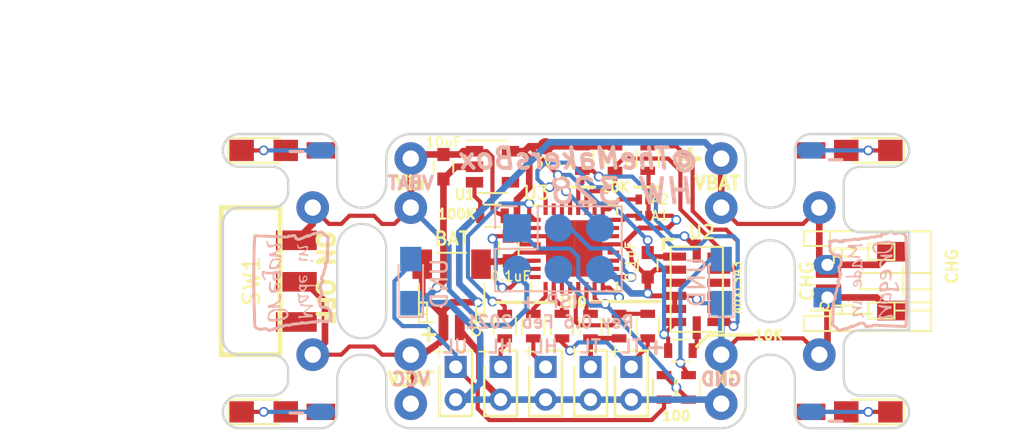
<source format=kicad_pcb>
(kicad_pcb (version 4) (host pcbnew 4.0.6)
  (title_block (title "Beetje 32U4 Blok") (date 2018-08-10) (rev 0.0) (company www.MakersBox.us) (comment 1 648.ken@gmail.com))
  (layers (0 F.Cu signal) (31 B.Cu signal) (34 B.Paste user) (35 F.Paste user) (36 B.SilkS user) (37 F.SilkS user) (38 B.Mask user) (39 F.Mask user) (44 Edge.Cuts user))
  (net 0 "")
  (net 1 GND)
  (net 2 "Net-(D4-Pad2)")
  (net 3 "Net-(D5-Pad2)")
  (net 4 "Net-(J6-Pad1)")
  (net 5 "Net-(J1-Pad1)")
  (net 6 "Net-(J7-Pad1)")
  (net 7 "Net-(J8-Pad1)")
  (net 8 "Net-(SW1-Pad3)")
  (net 9 /D5)
  (net 10 /D6)
  (net 11 /RESET)
  (net 12 /D7)
  (net 13 /D8)
  (net 14 /SCK)
  (net 15 +BATT)
  (net 16 /MISO)
  (net 17 /MOSI)
  (net 18 "Net-(R1-Pad2)")
  (net 19 "Net-(R2-Pad1)")
  (net 20 /SDA)
  (net 21 /SCL)
  (net 22 /D10)
  (net 23 "Net-(U1-Pad4)")
  (net 24 /D2)
  (net 25 /D3)
  (net 26 /D4)
  (net 27 "Net-(U3-Pad7)")
  (net 28 "Net-(U3-Pad8)")
  (net 29 /D9)
  (net 30 "Net-(U3-Pad18)")
  (net 31 "Net-(U3-Pad19)")
  (net 32 "Net-(U3-Pad20)")
  (net 33 "Net-(U3-Pad22)")
  (net 34 /A0)
  (net 35 /A1)
  (net 36 /A2)
  (net 37 /A3)
  (net 38 /D0)
  (net 39 /D1)
  (net 40 "Net-(D1-Pad1)")
  (net 41 "Net-(D1-Pad2)")
  (net 42 "Net-(D2-Pad1)")
  (net 43 "Net-(D2-Pad2)")
  (net 44 "Net-(D3-Pad1)")
  (net 45 "Net-(D3-Pad2)")
  (net 46 "Net-(D6-Pad1)")
  (net 47 "Net-(D6-Pad2)")
  (net 48 "Net-(R13-Pad1)")
  (net 49 "Net-(U2-Pad11)")
  (net 50 "Net-(U2-Pad10)")
  (net 51 "Net-(U2-Pad9)")
  (net 52 "Net-(U2-Pad3)")
  (net 53 +3V3)
  (net 54 /Vin)
  (module footprints:MOUSEBITE (layer F.Cu) (at 162.5 97.25)
    (fp_text reference REF** hide)
    (fp_text value 1pin)
    (pad "" np_thru_hole circle (at -1.016 0) (size 0.3302 0.3302) (drill 0.3302) (layers *.Cu *.Mask))
    (pad "" np_thru_hole circle (at 1.016 0) (size 0.3302 0.3302) (drill 0.3302) (layers *.Cu *.Mask))
    (pad "" np_thru_hole circle (at 0 0) (size 0.3302 0.3302) (drill 0.3302) (layers *.Cu *.Mask))
  )
  (module footprints:MOUSEBITE (layer F.Cu) (at 162.5 108.75)
    (fp_text reference REF** hide)
    (fp_text value 1pin)
    (pad "" np_thru_hole circle (at -1.016 0) (size 0.3302 0.3302) (drill 0.3302) (layers *.Cu *.Mask))
    (pad "" np_thru_hole circle (at 1.016 0) (size 0.3302 0.3302) (drill 0.3302) (layers *.Cu *.Mask))
    (pad "" np_thru_hole circle (at 0 0) (size 0.3302 0.3302) (drill 0.3302) (layers *.Cu *.Mask))
  )
  (module footprints:JST_SH_SM02B-SRSS-TB_02x1.00mm_Angled (layer F.Cu) (at 140 103.9 180)
    (fp_text reference J3 hide)
    (fp_text value BAT (at 0 3.5 180) (layer F.SilkS) (effects (font (size 0.8 0.8))))
    (pad 1 smd rect (at -0.5 -1.9375 180) (size 0.6 1.55) (layers F.Cu F.Paste F.Mask) (net 1 GND))
    (pad 2 smd rect (at 0.5 -1.9375 180) (size 0.6 1.55) (layers F.Cu F.Paste F.Mask) (net 15 +BATT))
    (pad 1 smd rect (at -1.8 1.9375 180) (size 1.2 1.8) (layers F.Cu F.Paste F.Mask) (net 1 GND))
    (pad 2 smd rect (at 1.8 1.9375 180) (size 1.2 1.8) (layers F.Cu F.Paste F.Mask) (net 15 +BATT))
  )
  (module footprints:SOT-23-5 (layer F.Cu) (at 142.5 96)
    (fp_text reference U1 (at -1.7 1.7 180) (layer F.SilkS) (effects (font (size 0.6 0.6))))
    (fp_text value MIC5225-3.3)
    (pad 1 smd rect (at -1.1 -0.95) (size 1.06 0.65) (layers F.Cu F.Paste F.Mask) (net 54 /Vin))
    (pad 2 smd rect (at -1.1 0) (size 1.06 0.65) (layers F.Cu F.Paste F.Mask) (net 1 GND))
    (pad 3 smd rect (at -1.1 0.95) (size 1.06 0.65) (layers F.Cu F.Paste F.Mask) (net 18 "Net-(R1-Pad2)"))
    (pad 4 smd rect (at 1.1 0.95) (size 1.06 0.65) (layers F.Cu F.Paste F.Mask) (net 23 "Net-(U1-Pad4)"))
    (pad 5 smd rect (at 1.1 -0.95) (size 1.06 0.65) (layers F.Cu F.Paste F.Mask) (net 53 +3V3))
  )
  (module footprints:MOUSEBITE (layer F.Cu) (at 131.5 97.25)
    (fp_text reference REF** hide)
    (fp_text value 1pin)
    (pad "" np_thru_hole circle (at -1.016 0) (size 0.3302 0.3302) (drill 0.3302) (layers *.Cu *.Mask))
    (pad "" np_thru_hole circle (at 1.016 0) (size 0.3302 0.3302) (drill 0.3302) (layers *.Cu *.Mask))
    (pad "" np_thru_hole circle (at 0 0) (size 0.3302 0.3302) (drill 0.3302) (layers *.Cu *.Mask))
  )
  (module footprints:JST_PH_S2B-PH-K_02x2.00mm_Angled (layer F.Cu) (at 163 104 90)
    (fp_text reference J22 hide)
    (fp_text value CHG (at 1.905 7.62 90) (layer F.SilkS) (effects (font (size 0.7 0.7))))
    (pad 1 thru_hole rect (at 0 0 90) (size 1.2 1.7) (drill 0.75) (layers *.Cu *.Mask) (net 1 GND))
    (pad 2 thru_hole oval (at 2 0 90) (size 1.2 1.7) (drill 0.75) (layers *.Cu *.Mask) (net 15 +BATT))
  )
  (module footprints:PIN_HEADER_LED (layer F.Cu) (at 151 108.25)
    (fp_text reference J7 hide)
    (fp_text value TL (at 0 -1.25) (layer B.SilkS) (effects (font (size 0.8 0.8)) (justify mirror)))
    (fp_text user + (at -1 -1) (layer F.SilkS) (effects (font (size 0.8 0.8) (thickness 0.1))))
    (pad 1 thru_hole rect (at 0 0) (size 1.35 1.35) (drill 0.8) (layers *.Cu *.Mask) (net 6 "Net-(J7-Pad1)"))
    (pad 2 thru_hole oval (at 0 2) (size 1.35 1.35) (drill 0.8) (layers *.Cu *.Mask) (net 1 GND))
  )
  (module footprints:MadeInOregonRev25 (layer F.Cu) (at 165.5 103 90)
    (fp_text reference VAL hide)
    (fp_text value MadeInOregonRev25 hide)
  )
  (module footprints:PIN_HEADER_LED (layer F.Cu) (at 145.75 108.25)
    (fp_text reference J6 hide)
    (fp_text value HL (at 0 -1.25) (layer B.SilkS) (effects (font (size 0.8 0.8)) (justify mirror)))
    (fp_text user + (at -1 -1) (layer F.SilkS) (effects (font (size 0.8 0.8) (thickness 0.1))))
    (pad 1 thru_hole rect (at 0 0) (size 1.35 1.35) (drill 0.8) (layers *.Cu *.Mask) (net 4 "Net-(J6-Pad1)"))
    (pad 2 thru_hole oval (at 0 2) (size 1.35 1.35) (drill 0.8) (layers *.Cu *.Mask) (net 1 GND))
  )
  (module footprints:Pin_Header_Straight_2x03_Pitch2.54mm (layer B.Cu) (at 144 99.75 270)
    (fp_text reference CON1 hide)
    (fp_text value AVR-ISP-6)
    (pad 1 smd rect (at 0 0 270) (size 1.7 1.7) (layers B.Cu B.Paste B.Mask) (net 16 /MISO))
    (pad 2 smd oval (at 2.54 0 270) (size 1.7 1.7) (layers B.Cu B.Paste B.Mask) (net 54 /Vin))
    (pad 3 smd oval (at 0 -2.54 270) (size 1.7 1.7) (layers B.Cu B.Paste B.Mask) (net 14 /SCK))
    (pad 4 smd oval (at 2.54 -2.54 270) (size 1.7 1.7) (layers B.Cu B.Paste B.Mask) (net 17 /MOSI))
    (pad 5 smd oval (at 0 -5.08 270) (size 1.7 1.7) (layers B.Cu B.Paste B.Mask) (net 11 /RESET))
    (pad 6 smd oval (at 2.54 -5.08 270) (size 1.7 1.7) (layers B.Cu B.Paste B.Mask) (net 1 GND))
  )
  (module footprints:SPST_SMD (layer F.Cu) (at 130.5 103 270)
    (fp_text reference SW1 (at 0 2.75 270) (layer F.SilkS))
    (fp_text value SW_SPDT)
    (pad "" np_thru_hole circle (at 3.4 2.75 270) (size 0.9 0.9) (drill 0.9) (layers *.Cu *.Mask))
    (pad 1 smd rect (at -2.5 0 270) (size 1.2 2.5) (layers F.Cu F.Paste F.Mask) (net 54 /Vin))
    (pad 2 smd rect (at 0.04 0 270) (size 1.2 2.5) (layers F.Cu F.Paste F.Mask) (net 15 +BATT))
    (pad 3 smd rect (at 2.5 0 270) (size 1.2 2.5) (layers F.Cu F.Paste F.Mask) (net 8 "Net-(SW1-Pad3)"))
    (pad "" np_thru_hole circle (at -3.4 2.75 270) (size 0.9 0.9) (drill 0.9) (layers *.Cu *.Mask))
  )
  (module footprints:LED_0805_HandSoldering (layer B.Cu) (at 137.5 103 90)
    (fp_text reference D4 hide)
    (fp_text value UND (at -0.15 1.75 90) (layer B.SilkS) (effects (justify mirror)))
    (pad 1 smd rect (at -1.35 0 90) (size 1.5 1.3) (layers B.Cu B.Paste B.Mask) (net 1 GND))
    (pad 2 smd rect (at 1.35 0 90) (size 1.5 1.3) (layers B.Cu B.Paste B.Mask) (net 2 "Net-(D4-Pad2)"))
  )
  (module footprints:LED_0805_HandSoldering (layer B.Cu) (at 156.5 103 90)
    (fp_text reference D5 hide)
    (fp_text value UND (at -0.05 -1.5 90) (layer B.SilkS) (effects (justify mirror)))
    (pad 1 smd rect (at -1.35 0 90) (size 1.5 1.3) (layers B.Cu B.Paste B.Mask) (net 1 GND))
    (pad 2 smd rect (at 1.35 0 90) (size 1.5 1.3) (layers B.Cu B.Paste B.Mask) (net 3 "Net-(D5-Pad2)"))
  )
  (module footprints:R_0603 (layer F.Cu) (at 143.25 105.75 270)
    (fp_text reference R6 hide)
    (fp_text value 100 hide)
    (pad 1 smd rect (at -0.75 0 270) (size 0.5 0.9) (layers F.Cu F.Paste F.Mask) (net 25 /D3))
    (pad 2 smd rect (at 0.75 0 270) (size 0.5 0.9) (layers F.Cu F.Paste F.Mask) (net 5 "Net-(J1-Pad1)"))
  )
  (module footprints:R_0603 (layer F.Cu) (at 146.75 105.75 270)
    (fp_text reference R8 hide)
    (fp_text value 100 hide)
    (pad 1 smd rect (at -0.75 0 270) (size 0.5 0.9) (layers F.Cu F.Paste F.Mask) (net 10 /D6))
    (pad 2 smd rect (at 0.75 0 270) (size 0.5 0.9) (layers F.Cu F.Paste F.Mask) (net 6 "Net-(J7-Pad1)"))
  )
  (module footprints:R_0603 (layer F.Cu) (at 145 105.75 270)
    (fp_text reference R7 hide)
    (fp_text value 100 hide)
    (pad 1 smd rect (at -0.75 0 270) (size 0.5 0.9) (layers F.Cu F.Paste F.Mask) (net 9 /D5))
    (pad 2 smd rect (at 0.75 0 270) (size 0.5 0.9) (layers F.Cu F.Paste F.Mask) (net 4 "Net-(J6-Pad1)"))
  )
  (module footprints:R_0603 (layer F.Cu) (at 148.5 105.75 270)
    (fp_text reference R9 hide)
    (fp_text value 100 (at -1.45 1.1 360) (layer F.SilkS) (effects (font (size 0.6 0.6))))
    (pad 1 smd rect (at -0.75 0 270) (size 0.5 0.9) (layers F.Cu F.Paste F.Mask) (net 22 /D10))
    (pad 2 smd rect (at 0.75 0 270) (size 0.5 0.9) (layers F.Cu F.Paste F.Mask) (net 7 "Net-(J8-Pad1)"))
  )
  (module footprints:R_0603 (layer F.Cu) (at 153 109.5 270)
    (fp_text reference R11 hide)
    (fp_text value 100 (at 1.75 -0.75 360) (layer F.SilkS) (effects (font (size 0.6 0.6))))
    (pad 1 smd rect (at -0.75 0 270) (size 0.5 0.9) (layers F.Cu F.Paste F.Mask) (net 17 /MOSI))
    (pad 2 smd rect (at 0.75 0 270) (size 0.5 0.9) (layers F.Cu F.Paste F.Mask) (net 2 "Net-(D4-Pad2)"))
  )
  (module footprints:R_0603 (layer F.Cu) (at 154.5 109.5 90)
    (fp_text reference R12 hide)
    (fp_text value 100 hide)
    (pad 1 smd rect (at -0.75 0 90) (size 0.5 0.9) (layers F.Cu F.Paste F.Mask) (net 17 /MOSI))
    (pad 2 smd rect (at 0.75 0 90) (size 0.5 0.9) (layers F.Cu F.Paste F.Mask) (net 3 "Net-(D5-Pad2)"))
  )
  (module footprints:R_0603 (layer F.Cu) (at 152 105.75 270)
    (fp_text reference R5 hide)
    (fp_text value 100 hide)
    (pad 1 smd rect (at -0.75 0 270) (size 0.5 0.9) (layers F.Cu F.Paste F.Mask) (net 29 /D9))
    (pad 2 smd rect (at 0.75 0 270) (size 0.5 0.9) (layers F.Cu F.Paste F.Mask) (net 6 "Net-(J7-Pad1)"))
  )
  (module footprints:R_0603 (layer F.Cu) (at 150.25 105.75 270)
    (fp_text reference R10 hide)
    (fp_text value 100 hide)
    (pad 1 smd rect (at -0.75 0 270) (size 0.5 0.9) (layers F.Cu F.Paste F.Mask) (net 29 /D9))
    (pad 2 smd rect (at 0.75 0 270) (size 0.5 0.9) (layers F.Cu F.Paste F.Mask) (net 7 "Net-(J8-Pad1)"))
  )
  (module footprints:R_0603 (layer F.Cu) (at 148 95.5 90)
    (fp_text reference R4 hide)
    (fp_text value 10K (at -1.75 2 360) (layer F.SilkS) (effects (font (size 0.6 0.6))))
    (pad 1 smd rect (at -0.75 0 90) (size 0.5 0.9) (layers F.Cu F.Paste F.Mask) (net 21 /SCL))
    (pad 2 smd rect (at 0.75 0 90) (size 0.5 0.9) (layers F.Cu F.Paste F.Mask) (net 53 +3V3))
  )
  (module footprints:R_0603 (layer F.Cu) (at 150 95.5 90)
    (fp_text reference R3 hide)
    (fp_text value 10K hide)
    (pad 1 smd rect (at -0.75 0 90) (size 0.5 0.9) (layers F.Cu F.Paste F.Mask) (net 20 /SDA))
    (pad 2 smd rect (at 0.75 0 90) (size 0.5 0.9) (layers F.Cu F.Paste F.Mask) (net 53 +3V3))
  )
  (module footprints:R_0603 (layer F.Cu) (at 154 107.25 180)
    (fp_text reference R2 hide)
    (fp_text value 10K (at -5.4 0.95 180) (layer F.SilkS) (effects (font (size 0.6 0.6))))
    (pad 1 smd rect (at -0.75 0 180) (size 0.5 0.9) (layers F.Cu F.Paste F.Mask) (net 19 "Net-(R2-Pad1)"))
    (pad 2 smd rect (at 0.75 0 180) (size 0.5 0.9) (layers F.Cu F.Paste F.Mask) (net 53 +3V3))
  )
  (module footprints:R_0603 (layer F.Cu) (at 142.5 99 180)
    (fp_text reference R1 hide)
    (fp_text value 100K (at 2.2 0.1 180) (layer F.SilkS) (effects (font (size 0.6 0.6))))
    (pad 1 smd rect (at -0.75 0 180) (size 0.5 0.9) (layers F.Cu F.Paste F.Mask) (net 54 /Vin))
    (pad 2 smd rect (at 0.75 0 180) (size 0.5 0.9) (layers F.Cu F.Paste F.Mask) (net 18 "Net-(R1-Pad2)"))
  )
  (module footprints:MadeInOregonRev25 (layer F.Cu) (at 130.25 103 270)
    (fp_text reference VAL hide)
    (fp_text value MadeInOregonRev25 hide)
  )
  (module footprints:PIN_HEADER_LED (layer F.Cu) (at 148.5 108.25)
    (fp_text reference J8 hide)
    (fp_text value TL (at 0 -1.25) (layer B.SilkS) (effects (font (size 0.8 0.8)) (justify mirror)))
    (fp_text user + (at -1 -1) (layer F.SilkS) (effects (font (size 0.8 0.8) (thickness 0.1))))
    (pad 1 thru_hole rect (at 0 0) (size 1.35 1.35) (drill 0.8) (layers *.Cu *.Mask) (net 7 "Net-(J8-Pad1)"))
    (pad 2 thru_hole oval (at 0 2) (size 1.35 1.35) (drill 0.8) (layers *.Cu *.Mask) (net 1 GND))
  )
  (module footprints:PIN_HEADER_LED (layer F.Cu) (at 143 108.25)
    (fp_text reference J1 hide)
    (fp_text value HL (at 0 -1.25) (layer B.SilkS) (effects (font (size 0.8 0.8)) (justify mirror)))
    (fp_text user + (at -1 -1) (layer F.SilkS) (effects (font (size 0.8 0.8) (thickness 0.1))))
    (pad 1 thru_hole rect (at 0 0) (size 1.35 1.35) (drill 0.8) (layers *.Cu *.Mask) (net 5 "Net-(J1-Pad1)"))
    (pad 2 thru_hole oval (at 0 2) (size 1.35 1.35) (drill 0.8) (layers *.Cu *.Mask) (net 1 GND))
  )
  (module footprints:QFN-32-1EP_5x5mm_Pitch0.5mm (layer F.Cu) (at 147.5 101)
    (fp_text reference U3 (at -2.3 -3.4 180) (layer F.SilkS) (effects (font (size 0.8 0.8))))
    (fp_text value ATMEGA328-MU)
    (pad 1 smd rect (at -2.4 -1.75) (size 0.7 0.25) (layers F.Cu F.Paste F.Mask) (net 25 /D3))
    (pad 2 smd rect (at -2.4 -1.25) (size 0.7 0.25) (layers F.Cu F.Paste F.Mask) (net 26 /D4))
    (pad 3 smd rect (at -2.4 -0.75) (size 0.7 0.25) (layers F.Cu F.Paste F.Mask) (net 1 GND))
    (pad 4 smd rect (at -2.4 -0.25) (size 0.7 0.25) (layers F.Cu F.Paste F.Mask) (net 53 +3V3))
    (pad 5 smd rect (at -2.4 0.25) (size 0.7 0.25) (layers F.Cu F.Paste F.Mask) (net 1 GND))
    (pad 6 smd rect (at -2.4 0.75) (size 0.7 0.25) (layers F.Cu F.Paste F.Mask) (net 53 +3V3))
    (pad 7 smd rect (at -2.4 1.25) (size 0.7 0.25) (layers F.Cu F.Paste F.Mask) (net 27 "Net-(U3-Pad7)"))
    (pad 8 smd rect (at -2.4 1.75) (size 0.7 0.25) (layers F.Cu F.Paste F.Mask) (net 28 "Net-(U3-Pad8)"))
    (pad 9 smd rect (at -1.75 2.4 90) (size 0.7 0.25) (layers F.Cu F.Paste F.Mask) (net 9 /D5))
    (pad 10 smd rect (at -1.25 2.4 90) (size 0.7 0.25) (layers F.Cu F.Paste F.Mask) (net 10 /D6))
    (pad 11 smd rect (at -0.75 2.4 90) (size 0.7 0.25) (layers F.Cu F.Paste F.Mask) (net 12 /D7))
    (pad 12 smd rect (at -0.25 2.4 90) (size 0.7 0.25) (layers F.Cu F.Paste F.Mask) (net 13 /D8))
    (pad 13 smd rect (at 0.25 2.4 90) (size 0.7 0.25) (layers F.Cu F.Paste F.Mask) (net 29 /D9))
    (pad 14 smd rect (at 0.75 2.4 90) (size 0.7 0.25) (layers F.Cu F.Paste F.Mask) (net 22 /D10))
    (pad 15 smd rect (at 1.25 2.4 90) (size 0.7 0.25) (layers F.Cu F.Paste F.Mask) (net 17 /MOSI))
    (pad 16 smd rect (at 1.75 2.4 90) (size 0.7 0.25) (layers F.Cu F.Paste F.Mask) (net 16 /MISO))
    (pad 17 smd rect (at 2.4 1.75) (size 0.7 0.25) (layers F.Cu F.Paste F.Mask) (net 14 /SCK))
    (pad 18 smd rect (at 2.4 1.25) (size 0.7 0.25) (layers F.Cu F.Paste F.Mask) (net 30 "Net-(U3-Pad18)"))
    (pad 19 smd rect (at 2.4 0.75) (size 0.7 0.25) (layers F.Cu F.Paste F.Mask) (net 31 "Net-(U3-Pad19)"))
    (pad 20 smd rect (at 2.4 0.25) (size 0.7 0.25) (layers F.Cu F.Paste F.Mask) (net 32 "Net-(U3-Pad20)"))
    (pad 21 smd rect (at 2.4 -0.25) (size 0.7 0.25) (layers F.Cu F.Paste F.Mask) (net 1 GND))
    (pad 22 smd rect (at 2.4 -0.75) (size 0.7 0.25) (layers F.Cu F.Paste F.Mask) (net 33 "Net-(U3-Pad22)"))
    (pad 23 smd rect (at 2.4 -1.25) (size 0.7 0.25) (layers F.Cu F.Paste F.Mask) (net 34 /A0))
    (pad 24 smd rect (at 2.4 -1.75) (size 0.7 0.25) (layers F.Cu F.Paste F.Mask) (net 35 /A1))
    (pad 25 smd rect (at 1.75 -2.4 90) (size 0.7 0.25) (layers F.Cu F.Paste F.Mask) (net 36 /A2))
    (pad 26 smd rect (at 1.25 -2.4 90) (size 0.7 0.25) (layers F.Cu F.Paste F.Mask) (net 37 /A3))
    (pad 27 smd rect (at 0.75 -2.4 90) (size 0.7 0.25) (layers F.Cu F.Paste F.Mask) (net 20 /SDA))
    (pad 28 smd rect (at 0.25 -2.4 90) (size 0.7 0.25) (layers F.Cu F.Paste F.Mask) (net 21 /SCL))
    (pad 29 smd rect (at -0.25 -2.4 90) (size 0.7 0.25) (layers F.Cu F.Paste F.Mask) (net 11 /RESET))
    (pad 30 smd rect (at -0.75 -2.4 90) (size 0.7 0.25) (layers F.Cu F.Paste F.Mask) (net 38 /D0))
    (pad 31 smd rect (at -1.25 -2.4 90) (size 0.7 0.25) (layers F.Cu F.Paste F.Mask) (net 39 /D1))
    (pad 32 smd rect (at -1.75 -2.4 90) (size 0.7 0.25) (layers F.Cu F.Paste F.Mask) (net 24 /D2))
    (pad 3 smd rect (at 0.8625 0.8625) (size 1.725 1.725) (layers F.Cu F.Paste F.Mask) (net 1 GND))
    (pad 3 smd rect (at 0.8625 -0.8625) (size 1.725 1.725) (layers F.Cu F.Paste F.Mask) (net 1 GND))
    (pad 3 smd rect (at -0.8625 0.8625) (size 1.725 1.725) (layers F.Cu F.Paste F.Mask) (net 1 GND))
    (pad 3 smd rect (at -0.8625 -0.8625) (size 1.725 1.725) (layers F.Cu F.Paste F.Mask) (net 1 GND))
  )
  (module footprints:JST_SH_SM02B-SRSS-TB_02x1.00mm_Angled (layer F.Cu) (at 165 103 90)
    (fp_text reference J2 hide)
    (fp_text value CHG (at 0 -3.25 90) (layer F.SilkS) (effects (font (size 0.8 0.8))))
    (pad 1 smd rect (at -0.5 -1.9375 90) (size 0.6 1.55) (layers F.Cu F.Paste F.Mask) (net 1 GND))
    (pad 2 smd rect (at 0.5 -1.9375 90) (size 0.6 1.55) (layers F.Cu F.Paste F.Mask) (net 15 +BATT))
    (pad 1 smd rect (at -1.8 1.9375 90) (size 1.2 1.8) (layers F.Cu F.Paste F.Mask) (net 1 GND))
    (pad 2 smd rect (at 1.8 1.9375 90) (size 1.2 1.8) (layers F.Cu F.Paste F.Mask) (net 15 +BATT))
  )
  (module footprints:LED_0805_HandSoldering (layer F.Cu) (at 128.5 111)
    (fp_text reference D1 hide)
    (fp_text value LED hide)
    (pad 1 smd rect (at -1.35 0) (size 1.5 1.3) (layers F.Cu F.Paste F.Mask) (net 40 "Net-(D1-Pad1)"))
    (pad 2 smd rect (at 1.35 0) (size 1.5 1.3) (layers F.Cu F.Paste F.Mask) (net 41 "Net-(D1-Pad2)"))
  )
  (module footprints:LED_0805_HandSoldering (layer F.Cu) (at 165.5 111 180)
    (fp_text reference D2 hide)
    (fp_text value LED hide)
    (pad 1 smd rect (at -1.35 0 180) (size 1.5 1.3) (layers F.Cu F.Paste F.Mask) (net 42 "Net-(D2-Pad1)"))
    (pad 2 smd rect (at 1.35 0 180) (size 1.5 1.3) (layers F.Cu F.Paste F.Mask) (net 43 "Net-(D2-Pad2)"))
  )
  (module footprints:LED_0805_HandSoldering (layer F.Cu) (at 128.5 95)
    (fp_text reference D3 hide)
    (fp_text value LED hide)
    (pad 1 smd rect (at -1.35 0) (size 1.5 1.3) (layers F.Cu F.Paste F.Mask) (net 44 "Net-(D3-Pad1)"))
    (pad 2 smd rect (at 1.35 0) (size 1.5 1.3) (layers F.Cu F.Paste F.Mask) (net 45 "Net-(D3-Pad2)"))
  )
  (module footprints:LED_0805_HandSoldering (layer F.Cu) (at 165.5 95 180)
    (fp_text reference D6 hide)
    (fp_text value LED hide)
    (pad 1 smd rect (at -1.35 0 180) (size 1.5 1.3) (layers F.Cu F.Paste F.Mask) (net 46 "Net-(D6-Pad1)"))
    (pad 2 smd rect (at 1.35 0 180) (size 1.5 1.3) (layers F.Cu F.Paste F.Mask) (net 47 "Net-(D6-Pad2)"))
  )
  (module footprints:LED_PADS (layer F.Cu) (at 132 111)
    (fp_text reference J4 hide)
    (fp_text value LED)
    (pad 1 smd rect (at 0 0) (size 1.75 1) (layers F.Cu F.Paste F.Mask) (net 41 "Net-(D1-Pad2)"))
    (pad 2 smd oval (at 0 0) (size 1.75 1) (layers B.Cu B.Paste B.Mask) (net 40 "Net-(D1-Pad1)"))
  )
  (module footprints:LED_PADS (layer F.Cu) (at 162 111)
    (fp_text reference J5 hide)
    (fp_text value LED)
    (pad 1 smd rect (at 0 0) (size 1.75 1) (layers F.Cu F.Paste F.Mask) (net 43 "Net-(D2-Pad2)"))
    (pad 2 smd oval (at 0 0) (size 1.75 1) (layers B.Cu B.Paste B.Mask) (net 42 "Net-(D2-Pad1)"))
  )
  (module footprints:LED_PADS (layer F.Cu) (at 132 95)
    (fp_text reference J9 hide)
    (fp_text value LED)
    (pad 1 smd rect (at 0 0) (size 1.75 1) (layers F.Cu F.Paste F.Mask) (net 45 "Net-(D3-Pad2)"))
    (pad 2 smd oval (at 0 0) (size 1.75 1) (layers B.Cu B.Paste B.Mask) (net 44 "Net-(D3-Pad1)"))
  )
  (module footprints:LED_PADS (layer F.Cu) (at 162 95)
    (fp_text reference J10 hide)
    (fp_text value LED)
    (pad 1 smd rect (at 0 0) (size 1.75 1) (layers F.Cu F.Paste F.Mask) (net 47 "Net-(D6-Pad2)"))
    (pad 2 smd oval (at 0 0) (size 1.75 1) (layers B.Cu B.Paste B.Mask) (net 46 "Net-(D6-Pad1)"))
  )
  (module footprints:MOUSEBITE (layer F.Cu) (at 131.75 110)
    (fp_text reference REF** hide)
    (fp_text value 1pin)
    (pad "" np_thru_hole circle (at -1.016 0) (size 0.3302 0.3302) (drill 0.3302) (layers *.Cu *.Mask))
    (pad "" np_thru_hole circle (at 1.016 0) (size 0.3302 0.3302) (drill 0.3302) (layers *.Cu *.Mask))
    (pad "" np_thru_hole circle (at 0 0) (size 0.3302 0.3302) (drill 0.3302) (layers *.Cu *.Mask))
  )
  (module footprints:MOUSEBITE (layer F.Cu) (at 131.5 109)
    (fp_text reference REF** hide)
    (fp_text value 1pin)
    (pad "" np_thru_hole circle (at -1.016 0) (size 0.3302 0.3302) (drill 0.3302) (layers *.Cu *.Mask))
    (pad "" np_thru_hole circle (at 1.016 0) (size 0.3302 0.3302) (drill 0.3302) (layers *.Cu *.Mask))
    (pad "" np_thru_hole circle (at 0 0) (size 0.3302 0.3302) (drill 0.3302) (layers *.Cu *.Mask))
  )
  (module footprints:MOUSEBITE (layer F.Cu) (at 130.75 96)
    (fp_text reference REF** hide)
    (fp_text value 1pin)
    (pad "" np_thru_hole circle (at -1.016 0) (size 0.3302 0.3302) (drill 0.3302) (layers *.Cu *.Mask))
    (pad "" np_thru_hole circle (at 1.016 0) (size 0.3302 0.3302) (drill 0.3302) (layers *.Cu *.Mask))
    (pad "" np_thru_hole circle (at 0 0) (size 0.3302 0.3302) (drill 0.3302) (layers *.Cu *.Mask))
  )
  (module footprints:MOUSEBITE (layer F.Cu) (at 163.25 110)
    (fp_text reference REF** hide)
    (fp_text value 1pin)
    (pad "" np_thru_hole circle (at -1.016 0) (size 0.3302 0.3302) (drill 0.3302) (layers *.Cu *.Mask))
    (pad "" np_thru_hole circle (at 1.016 0) (size 0.3302 0.3302) (drill 0.3302) (layers *.Cu *.Mask))
    (pad "" np_thru_hole circle (at 0 0) (size 0.3302 0.3302) (drill 0.3302) (layers *.Cu *.Mask))
  )
  (module footprints:MOUSEBITE (layer F.Cu) (at 163.25 96)
    (fp_text reference REF** hide)
    (fp_text value 1pin)
    (pad "" np_thru_hole circle (at -1.016 0) (size 0.3302 0.3302) (drill 0.3302) (layers *.Cu *.Mask))
    (pad "" np_thru_hole circle (at 1.016 0) (size 0.3302 0.3302) (drill 0.3302) (layers *.Cu *.Mask))
    (pad "" np_thru_hole circle (at 0 0) (size 0.3302 0.3302) (drill 0.3302) (layers *.Cu *.Mask))
  )
  (module footprints:MOUSEBITE (layer F.Cu) (at 161 99 90)
    (fp_text reference REF** hide)
    (fp_text value 1pin)
    (pad "" np_thru_hole circle (at -1.016 0 90) (size 0.3302 0.3302) (drill 0.3302) (layers *.Cu *.Mask))
    (pad "" np_thru_hole circle (at 1.016 0 90) (size 0.3302 0.3302) (drill 0.3302) (layers *.Cu *.Mask))
    (pad "" np_thru_hole circle (at 0 0 90) (size 0.3302 0.3302) (drill 0.3302) (layers *.Cu *.Mask))
  )
  (module footprints:MOUSEBITE (layer F.Cu) (at 158 99 90)
    (fp_text reference REF** hide)
    (fp_text value 1pin)
    (pad "" np_thru_hole circle (at -1.016 0 90) (size 0.3302 0.3302) (drill 0.3302) (layers *.Cu *.Mask))
    (pad "" np_thru_hole circle (at 1.016 0 90) (size 0.3302 0.3302) (drill 0.3302) (layers *.Cu *.Mask))
    (pad "" np_thru_hole circle (at 0 0 90) (size 0.3302 0.3302) (drill 0.3302) (layers *.Cu *.Mask))
  )
  (module footprints:MOUSEBITE (layer F.Cu) (at 161 106 90)
    (fp_text reference REF** hide)
    (fp_text value 1pin)
    (pad "" np_thru_hole circle (at -1.016 0 90) (size 0.3302 0.3302) (drill 0.3302) (layers *.Cu *.Mask))
    (pad "" np_thru_hole circle (at 1.016 0 90) (size 0.3302 0.3302) (drill 0.3302) (layers *.Cu *.Mask))
    (pad "" np_thru_hole circle (at 0 0 90) (size 0.3302 0.3302) (drill 0.3302) (layers *.Cu *.Mask))
  )
  (module footprints:MOUSEBITE (layer F.Cu) (at 158 106 90)
    (fp_text reference REF** hide)
    (fp_text value 1pin)
    (pad "" np_thru_hole circle (at -1.016 0 90) (size 0.3302 0.3302) (drill 0.3302) (layers *.Cu *.Mask))
    (pad "" np_thru_hole circle (at 1.016 0 90) (size 0.3302 0.3302) (drill 0.3302) (layers *.Cu *.Mask))
    (pad "" np_thru_hole circle (at 0 0 90) (size 0.3302 0.3302) (drill 0.3302) (layers *.Cu *.Mask))
  )
  (module footprints:MOUSEBITE (layer F.Cu) (at 136 107 90)
    (fp_text reference REF** hide)
    (fp_text value 1pin)
    (pad "" np_thru_hole circle (at -1.016 0 90) (size 0.3302 0.3302) (drill 0.3302) (layers *.Cu *.Mask))
    (pad "" np_thru_hole circle (at 1.016 0 90) (size 0.3302 0.3302) (drill 0.3302) (layers *.Cu *.Mask))
    (pad "" np_thru_hole circle (at 0 0 90) (size 0.3302 0.3302) (drill 0.3302) (layers *.Cu *.Mask))
  )
  (module footprints:MOUSEBITE (layer F.Cu) (at 133 107 90)
    (fp_text reference REF** hide)
    (fp_text value 1pin)
    (pad "" np_thru_hole circle (at -1.016 0 90) (size 0.3302 0.3302) (drill 0.3302) (layers *.Cu *.Mask))
    (pad "" np_thru_hole circle (at 1.016 0 90) (size 0.3302 0.3302) (drill 0.3302) (layers *.Cu *.Mask))
    (pad "" np_thru_hole circle (at 0 0 90) (size 0.3302 0.3302) (drill 0.3302) (layers *.Cu *.Mask))
  )
  (module footprints:MOUSEBITE (layer F.Cu) (at 136 99 90)
    (fp_text reference REF** hide)
    (fp_text value 1pin)
    (pad "" np_thru_hole circle (at -1.016 0 90) (size 0.3302 0.3302) (drill 0.3302) (layers *.Cu *.Mask))
    (pad "" np_thru_hole circle (at 1.016 0 90) (size 0.3302 0.3302) (drill 0.3302) (layers *.Cu *.Mask))
    (pad "" np_thru_hole circle (at 0 0 90) (size 0.3302 0.3302) (drill 0.3302) (layers *.Cu *.Mask))
  )
  (module footprints:MOUSEBITE (layer F.Cu) (at 133 99 90)
    (fp_text reference REF** hide)
    (fp_text value 1pin)
    (pad "" np_thru_hole circle (at -1.016 0 90) (size 0.3302 0.3302) (drill 0.3302) (layers *.Cu *.Mask))
    (pad "" np_thru_hole circle (at 1.016 0 90) (size 0.3302 0.3302) (drill 0.3302) (layers *.Cu *.Mask))
    (pad "" np_thru_hole circle (at 0 0 90) (size 0.3302 0.3302) (drill 0.3302) (layers *.Cu *.Mask))
  )
  (module footprints:MOUSEBITEx1 (layer F.Cu) (at 129.75 110)
    (fp_text reference REF** hide)
    (fp_text value 1pin)
    (pad "" np_thru_hole circle (at 0 0) (size 0.3302 0.3302) (drill 0.3302) (layers *.Cu *.Mask))
  )
  (module footprints:MOUSEBITEx1 (layer F.Cu) (at 132.75 96)
    (fp_text reference REF** hide)
    (fp_text value 1pin)
    (pad "" np_thru_hole circle (at 0 0) (size 0.3302 0.3302) (drill 0.3302) (layers *.Cu *.Mask))
  )
  (module footprints:MOUSEBITEx1 (layer F.Cu) (at 161.25 96)
    (fp_text reference REF** hide)
    (fp_text value 1pin)
    (pad "" np_thru_hole circle (at 0 0) (size 0.3302 0.3302) (drill 0.3302) (layers *.Cu *.Mask))
  )
  (module footprints:MOUSEBITEx1 (layer F.Cu) (at 161.25 110)
    (fp_text reference REF** hide)
    (fp_text value 1pin)
    (pad "" np_thru_hole circle (at 0 0) (size 0.3302 0.3302) (drill 0.3302) (layers *.Cu *.Mask))
  )
  (module footprints:MOUSEBITEx1 (layer F.Cu) (at 158 108)
    (fp_text reference REF** hide)
    (fp_text value 1pin)
    (pad "" np_thru_hole circle (at 0 0) (size 0.3302 0.3302) (drill 0.3302) (layers *.Cu *.Mask))
  )
  (module footprints:MOUSEBITEx1 (layer F.Cu) (at 161 108)
    (fp_text reference REF** hide)
    (fp_text value 1pin)
    (pad "" np_thru_hole circle (at 0 0) (size 0.3302 0.3302) (drill 0.3302) (layers *.Cu *.Mask))
  )
  (module footprints:MOUSEBITEx1 (layer F.Cu) (at 158 101)
    (fp_text reference REF** hide)
    (fp_text value 1pin)
    (pad "" np_thru_hole circle (at 0 0) (size 0.3302 0.3302) (drill 0.3302) (layers *.Cu *.Mask))
  )
  (module footprints:MOUSEBITEx1 (layer F.Cu) (at 161 101)
    (fp_text reference REF** hide)
    (fp_text value 1pin)
    (pad "" np_thru_hole circle (at 0 0) (size 0.3302 0.3302) (drill 0.3302) (layers *.Cu *.Mask))
  )
  (module footprints:Jumper (layer F.Cu) (at 151.75 98)
    (fp_text reference JP2 hide)
    (fp_text value A2 (at 1 0) (layer F.SilkS) (effects (font (size 0.6 0.6) (thickness 0.1))))
    (pad 1 smd rect (at -0.3 0) (size 0.4 0.6) (layers F.Cu F.Paste F.Mask) (net 36 /A2))
    (pad 2 smd rect (at 0.3 0) (size 0.4 0.6) (layers F.Cu F.Paste F.Mask) (net 1 GND))
  )
  (module footprints:Jumper (layer F.Cu) (at 151.75 99)
    (fp_text reference JP3 hide)
    (fp_text value A1 (at 1 0) (layer F.SilkS) (effects (font (size 0.6 0.6) (thickness 0.1))))
    (pad 1 smd rect (at -0.3 0) (size 0.4 0.6) (layers F.Cu F.Paste F.Mask) (net 35 /A1))
    (pad 2 smd rect (at 0.3 0) (size 0.4 0.6) (layers F.Cu F.Paste F.Mask) (net 1 GND))
  )
  (module footprints:PIN_HEADER_LED (layer F.Cu) (at 140.25 108.25)
    (fp_text reference J11 hide)
    (fp_text value UL (at 0 -1.25) (layer B.SilkS) (effects (font (size 0.8 0.8)) (justify mirror)))
    (fp_text user + (at -1 -1) (layer F.SilkS) (effects (font (size 0.8 0.8) (thickness 0.1))))
    (pad 1 thru_hole rect (at 0 0) (size 1.35 1.35) (drill 0.8) (layers *.Cu *.Mask) (net 2 "Net-(D4-Pad2)"))
    (pad 2 thru_hole oval (at 0 2) (size 1.35 1.35) (drill 0.8) (layers *.Cu *.Mask) (net 1 GND))
  )
  (module footprints:R_0603 (layer F.Cu) (at 152 95.5 270)
    (fp_text reference R13 hide)
    (fp_text value 10K hide)
    (pad 1 smd rect (at -0.75 0 270) (size 0.5 0.9) (layers F.Cu F.Paste F.Mask) (net 48 "Net-(R13-Pad1)"))
    (pad 2 smd rect (at 0.75 0 270) (size 0.5 0.9) (layers F.Cu F.Paste F.Mask) (net 1 GND))
  )
  (module footprints:SolderWirePad_single_1mmDrill (layer F.Cu) (at 137.5 95.5)
    (fp_text reference J54 hide)
    (fp_text value Conn)
    (pad 1 thru_hole circle (at 0 0) (size 2 2) (drill 1.00076) (layers *.Cu *.Mask) (net 54 /Vin))
  )
  (module footprints:SolderWirePad_single_1mmDrill (layer F.Cu) (at 137.5 98.5)
    (fp_text reference J58 hide)
    (fp_text value Conn)
    (pad 1 thru_hole circle (at 0 0) (size 2 2) (drill 1.00076) (layers *.Cu *.Mask) (net 54 /Vin))
  )
  (module footprints:SolderWirePad_single_1mmDrill (layer F.Cu) (at 137.5 110.5)
    (fp_text reference J55 hide)
    (fp_text value Conn)
    (pad 1 thru_hole circle (at 0 0) (size 2 2) (drill 1.00076) (layers *.Cu *.Mask) (net 15 +BATT))
  )
  (module footprints:SolderWirePad_single_1mmDrill (layer F.Cu) (at 156.5 110.5)
    (fp_text reference J45 hide)
    (fp_text value Conn)
    (pad 1 thru_hole circle (at 0 0) (size 2 2) (drill 1.00076) (layers *.Cu *.Mask) (net 1 GND))
  )
  (module footprints:SolderWirePad_single_1mmDrill (layer F.Cu) (at 156.5 95.5)
    (fp_text reference J44 hide)
    (fp_text value Conn)
    (pad 1 thru_hole circle (at 0 0) (size 2 2) (drill 1.00076) (layers *.Cu *.Mask) (net 15 +BATT))
  )
  (module footprints:SolderWirePad_single_1mmDrill (layer F.Cu) (at 131.5 98.5)
    (fp_text reference J56 hide)
    (fp_text value Conn)
    (pad 1 thru_hole circle (at 0 0) (size 2 2) (drill 1.00076) (layers *.Cu *.Mask) (net 54 /Vin))
  )
  (module footprints:SolderWirePad_single_1mmDrill (layer F.Cu) (at 162.5 98.5)
    (fp_text reference J46 hide)
    (fp_text value Conn)
    (pad 1 thru_hole circle (at 0 0) (size 2 2) (drill 1.00076) (layers *.Cu *.Mask) (net 15 +BATT))
  )
  (module footprints:SolderWirePad_single_1mmDrill (layer F.Cu) (at 162.5 107.5)
    (fp_text reference J47 hide)
    (fp_text value Conn)
    (pad 1 thru_hole circle (at 0 0) (size 2 2) (drill 1.00076) (layers *.Cu *.Mask) (net 1 GND))
  )
  (module footprints:SolderWirePad_single_1mmDrill (layer F.Cu) (at 156.5 98.5)
    (fp_text reference J48 hide)
    (fp_text value Conn)
    (pad 1 thru_hole circle (at 0 0) (size 2 2) (drill 1.00076) (layers *.Cu *.Mask) (net 15 +BATT))
  )
  (module footprints:SolderWirePad_single_1mmDrill (layer F.Cu) (at 156.5 107.5)
    (fp_text reference J49 hide)
    (fp_text value Conn)
    (pad 1 thru_hole circle (at 0 0) (size 2 2) (drill 1.00076) (layers *.Cu *.Mask) (net 1 GND))
  )
  (module footprints:SolderWirePad_single_1mmDrill (layer F.Cu) (at 131.5 107.5)
    (fp_text reference J57 hide)
    (fp_text value Conn)
    (pad 1 thru_hole circle (at 0 0) (size 2 2) (drill 1.00076) (layers *.Cu *.Mask) (net 15 +BATT))
  )
  (module footprints:SolderWirePad_single_1mmDrill (layer F.Cu) (at 137.5 107.5)
    (fp_text reference J59 hide)
    (fp_text value Conn)
    (pad 1 thru_hole circle (at 0 0) (size 2 2) (drill 1.00076) (layers *.Cu *.Mask) (net 15 +BATT))
  )
  (module footprints:C_0603 (layer F.Cu) (at 139.5 96 270)
    (fp_text reference C2 hide)
    (fp_text value 10uF (at -1.5 0 360) (layer F.SilkS) (effects (font (size 0.6 0.6) (thickness 0.1))))
    (pad 2 smd rect (at 0.75 0 270) (size 0.8 0.75) (layers F.Cu F.Paste F.Mask) (net 1 GND))
    (pad 1 smd rect (at -0.75 0 270) (size 0.8 0.75) (layers F.Cu F.Paste F.Mask) (net 54 /Vin))
  )
  (module footprints:C_0603 (layer F.Cu) (at 152 102 270)
    (fp_text reference C4 hide)
    (fp_text value 0.1uF (at -0.2 1.05 270) (layer F.SilkS) (effects (font (size 0.6 0.6) (thickness 0.1))))
    (pad 2 smd rect (at 0.75 0 270) (size 0.8 0.75) (layers F.Cu F.Paste F.Mask) (net 1 GND))
    (pad 1 smd rect (at -0.75 0 270) (size 0.8 0.75) (layers F.Cu F.Paste F.Mask) (net 53 +3V3))
  )
  (module footprints:C_0603 (layer F.Cu) (at 143.5 101 270)
    (fp_text reference C1 hide)
    (fp_text value 0.1uF (at 1.7 -0.1 360) (layer F.SilkS) (effects (font (size 0.6 0.6) (thickness 0.1))))
    (pad 2 smd rect (at 0.75 0 270) (size 0.8 0.75) (layers F.Cu F.Paste F.Mask) (net 1 GND))
    (pad 1 smd rect (at -0.75 0 270) (size 0.8 0.75) (layers F.Cu F.Paste F.Mask) (net 53 +3V3))
  )
  (module Wire_Pads:SolderWirePad_single_SMD_5x10mm (layer F.Cu) (at 145.75 94.75)
    (fp_text reference J12 hide)
    (fp_text value 3V3 (at 0.15 1) (layer F.SilkS) (effects (font (size 0.6 0.6) (thickness 0.1))))
    (pad 1 smd circle (at 0 0) (size 1 1) (layers F.Cu F.Paste F.Mask) (net 53 +3V3))
  )
  (module footprints:lga-14ep (layer F.Cu) (at 155 103.5 270)
    (fp_text reference U2 (at -3.5 -0.3 360) (layer F.SilkS) (effects (font (size 0.8 0.8))))
    (fp_text value ADXL343 (at -0.1 -2.5 270) (layer F.SilkS) (effects (font (size 0.5 0.5) (thickness 0.1))))
    (pad 14 smd rect (at -2.35 0 270) (size 1.4 0.5) (layers F.Cu F.Paste F.Mask) (net 21 /SCL))
    (pad 13 smd rect (at -2 -1.35 270) (size 0.5 1.4) (layers F.Cu F.Paste F.Mask) (net 20 /SDA))
    (pad 12 smd rect (at -1.2 -1.35 270) (size 0.5 1.4) (layers F.Cu F.Paste F.Mask) (net 48 "Net-(R13-Pad1)"))
    (pad 11 smd rect (at -0.4 -1.35 270) (size 0.5 1.4) (layers F.Cu F.Paste F.Mask) (net 49 "Net-(U2-Pad11)"))
    (pad 10 smd rect (at 0.4 -1.35 270) (size 0.5 1.4) (layers F.Cu F.Paste F.Mask) (net 50 "Net-(U2-Pad10)"))
    (pad 9 smd rect (at 1.2 -1.35 270) (size 0.5 1.4) (layers F.Cu F.Paste F.Mask) (net 51 "Net-(U2-Pad9)"))
    (pad 8 smd rect (at 2 -1.35 270) (size 0.5 1.4) (layers F.Cu F.Paste F.Mask) (net 24 /D2))
    (pad 7 smd rect (at 2.35 0 270) (size 1.4 0.5) (layers F.Cu F.Paste F.Mask) (net 19 "Net-(R2-Pad1)"))
    (pad 6 smd rect (at 2 1.35 270) (size 0.5 1.4) (layers F.Cu F.Paste F.Mask) (net 53 +3V3))
    (pad 5 smd rect (at 1.2 1.35 270) (size 0.5 1.4) (layers F.Cu F.Paste F.Mask) (net 1 GND))
    (pad 4 smd rect (at 0.4 1.35 270) (size 0.5 1.4) (layers F.Cu F.Paste F.Mask) (net 1 GND))
    (pad 3 smd rect (at -0.4 1.35 270) (size 0.5 1.4) (layers F.Cu F.Paste F.Mask) (net 52 "Net-(U2-Pad3)"))
    (pad 2 smd rect (at -1.2 1.35 270) (size 0.5 1.4) (layers F.Cu F.Paste F.Mask) (net 1 GND))
    (pad 1 smd rect (at -2 1.35 270) (size 0.5 1.4) (layers F.Cu F.Paste F.Mask) (net 53 +3V3))
  )
  (gr_line (start 155.7 106.3) (end 155 107) (angle 90) (layer F.SilkS) (width 0.2))
  (gr_line (start 155.7 106.3) (end 158.4 106.3) (angle 90) (layer F.SilkS) (width 0.2))
  (gr_line (start 142.5 104.3) (end 142.5 104.4) (angle 90) (layer F.SilkS) (width 0.2))
  (gr_line (start 146.4 104.3) (end 142.5 104.3) (angle 90) (layer F.SilkS) (width 0.2))
  (gr_line (start 164 108) (end 164 109) (angle 90) (layer Edge.Cuts) (width 0.15))
  (gr_line (start 161 109) (end 161 110) (angle 90) (layer Edge.Cuts) (width 0.15))
  (gr_line (start 164 97) (end 164 99) (angle 90) (layer Edge.Cuts) (width 0.15))
  (gr_line (start 161 97) (end 161 95) (angle 90) (layer Edge.Cuts) (width 0.15))
  (gr_line (start 148.5 104.25) (end 152.75 104.25) (angle 90) (layer F.SilkS) (width 0.2))
  (gr_line (start 148.75 97.25) (end 147.25 97.25) (angle 90) (layer F.SilkS) (width 0.2))
  (gr_line (start 151.25 97.25) (end 152.75 97.25) (angle 90) (layer F.SilkS) (width 0.2))
  (gr_text VBAT (at 156.25 97) (layer F.SilkS) (effects (font (size 0.8 0.8) (thickness 0.2))))
  (gr_line (start 133 97) (end 133 96) (angle 90) (layer Edge.Cuts) (width 0.15))
  (gr_line (start 127 96) (end 129 96) (angle 90) (layer Edge.Cuts) (width 0.15))
  (gr_line (start 130 97.5) (end 130 97) (angle 90) (layer Edge.Cuts) (width 0.15))
  (gr_line (start 127 98.5) (end 129 98.5) (angle 90) (layer Edge.Cuts) (width 0.15))
  (gr_line (start 126 106.5) (end 126 99.5) (angle 90) (layer Edge.Cuts) (width 0.15))
  (gr_arc (start 129 97) (end 129 96) (angle 90) (layer Edge.Cuts) (width 0.15))
  (gr_arc (start 129 97.5) (end 130 97.5) (angle 90) (layer Edge.Cuts) (width 0.15))
  (gr_arc (start 127 99.5) (end 126 99.5) (angle 90) (layer Edge.Cuts) (width 0.15))
  (gr_line (start 130 109) (end 130 108.5) (angle 90) (layer Edge.Cuts) (width 0.15))
  (gr_line (start 133 110) (end 133 109) (angle 90) (layer Edge.Cuts) (width 0.15))
  (gr_line (start 127 110) (end 129 110) (angle 90) (layer Edge.Cuts) (width 0.15))
  (gr_line (start 127 107.5) (end 129 107.5) (angle 90) (layer Edge.Cuts) (width 0.15))
  (gr_arc (start 129 109) (end 130 109) (angle 90) (layer Edge.Cuts) (width 0.15))
  (gr_arc (start 129 108.5) (end 129 107.5) (angle 90) (layer Edge.Cuts) (width 0.15))
  (gr_arc (start 127 106.5) (end 127 107.5) (angle 90) (layer Edge.Cuts) (width 0.15))
  (gr_line (start 165 106) (end 168 106) (angle 90) (layer Edge.Cuts) (width 0.15))
  (gr_line (start 165 100) (end 168 100) (angle 90) (layer Edge.Cuts) (width 0.15))
  (gr_line (start 168 106) (end 168 100) (angle 90) (layer Edge.Cuts) (width 0.15))
  (gr_line (start 165 96) (end 167 96) (angle 90) (layer Edge.Cuts) (width 0.15))
  (gr_arc (start 165 97) (end 164 97) (angle 90) (layer Edge.Cuts) (width 0.15))
  (gr_arc (start 165 99) (end 165 100) (angle 90) (layer Edge.Cuts) (width 0.15))
  (gr_line (start 164 108) (end 164 107) (angle 90) (layer Edge.Cuts) (width 0.15))
  (gr_line (start 167 110) (end 165 110) (angle 90) (layer Edge.Cuts) (width 0.15))
  (gr_arc (start 165 107) (end 164 107) (angle 90) (layer Edge.Cuts) (width 0.15))
  (gr_arc (start 165 109) (end 165 110) (angle 90) (layer Edge.Cuts) (width 0.15))
  (gr_text - (at 130.5 95) (layer B.SilkS) (effects (font (size 1 1) (thickness 0.2)) (justify mirror)))
  (gr_text - (at 130.5 111) (layer B.SilkS) (effects (font (size 1 1) (thickness 0.2)) (justify mirror)))
  (gr_text - (at 163.5 111.5) (layer B.SilkS) (effects (font (size 1 1) (thickness 0.2)) (justify mirror)))
  (gr_text - (at 163.5 95.5) (layer B.SilkS) (effects (font (size 1 1) (thickness 0.2)) (justify mirror)))
  (gr_line (start 161 111) (end 161 110) (angle 90) (layer Edge.Cuts) (width 0.15))
  (gr_line (start 133 111) (end 133 110) (angle 90) (layer Edge.Cuts) (width 0.15))
  (gr_line (start 133 96) (end 133 95) (angle 90) (layer Edge.Cuts) (width 0.15))
  (gr_line (start 162 112) (end 167 112) (angle 90) (layer Edge.Cuts) (width 0.15))
  (gr_arc (start 162 111) (end 162 112) (angle 90) (layer Edge.Cuts) (width 0.15))
  (gr_arc (start 167 111) (end 168 111) (angle 90) (layer Edge.Cuts) (width 0.15))
  (gr_arc (start 167 111) (end 167 110) (angle 90) (layer Edge.Cuts) (width 0.15))
  (gr_line (start 162 94) (end 167 94) (angle 90) (layer Edge.Cuts) (width 0.15))
  (gr_arc (start 162 95) (end 161 95) (angle 90) (layer Edge.Cuts) (width 0.15))
  (gr_arc (start 167 95) (end 168 95) (angle 90) (layer Edge.Cuts) (width 0.15))
  (gr_arc (start 167 95) (end 167 94) (angle 90) (layer Edge.Cuts) (width 0.15))
  (gr_line (start 127 94) (end 132 94) (angle 90) (layer Edge.Cuts) (width 0.15))
  (gr_arc (start 132 95) (end 132 94) (angle 90) (layer Edge.Cuts) (width 0.15))
  (gr_arc (start 127 95) (end 126 95) (angle 90) (layer Edge.Cuts) (width 0.15))
  (gr_arc (start 127 95) (end 127 96) (angle 90) (layer Edge.Cuts) (width 0.15))
  (gr_line (start 127 112) (end 132 112) (angle 90) (layer Edge.Cuts) (width 0.15))
  (gr_arc (start 132 111) (end 133 111) (angle 90) (layer Edge.Cuts) (width 0.15))
  (gr_arc (start 127 111) (end 126 111) (angle 90) (layer Edge.Cuts) (width 0.15))
  (gr_arc (start 127 111) (end 127 112) (angle 90) (layer Edge.Cuts) (width 0.15))
  (gr_text "HW 328" (at 155 97.5) (layer B.SilkS) (effects (font (size 1.5 1.5) (thickness 0.25) italic) (justify left mirror)))
  (gr_text + (at 152.5 107) (layer B.SilkS) (effects (font (size 1 1) (thickness 0.2))))
  (gr_text "- ISP +" (at 146.75 104.25) (layer B.SilkS) (effects (font (size 0.8 0.8)) (justify mirror)))
  (gr_text GND (at 156.5 109) (layer B.SilkS) (effects (font (size 0.8 0.8) (thickness 0.2)) (justify mirror)))
  (gr_text VCC (at 137.5 109) (layer B.SilkS) (effects (font (size 0.8 0.8) (thickness 0.2)) (justify mirror)))
  (gr_text VBAT (at 137.5 97) (layer B.SilkS) (effects (font (size 0.8 0.8) (thickness 0.2)) (justify mirror)))
  (gr_text GND (at 156.5 109) (layer F.SilkS) (effects (font (size 0.8 0.8) (thickness 0.2))))
  (gr_text VBAT (at 137.5 109) (layer F.SilkS) (effects (font (size 0.8 0.8) (thickness 0.2))))
  (gr_text Vin (at 137.5 97) (layer F.SilkS) (effects (font (size 0.8 0.8) (thickness 0.2))))
  (gr_line (start 161 102) (end 161 104) (angle 90) (layer Edge.Cuts) (width 0.15))
  (gr_line (start 158 102) (end 158 104) (angle 90) (layer Edge.Cuts) (width 0.15))
  (gr_text + (at 138.6 106.2) (layer F.SilkS) (effects (font (size 1 1) (thickness 0.2))))
  (gr_text + (at 154.6 95.4) (layer F.SilkS) (effects (font (size 1.5 1.5) (thickness 0.3))))
  (gr_text ON (at 132.25 101 270) (layer F.SilkS) (effects (font (size 1 1) (thickness 0.25))))
  (gr_line (start 158 97) (end 158 95.5) (angle 90) (layer Edge.Cuts) (width 0.15))
  (gr_line (start 158 110.5) (end 158 109) (angle 90) (layer Edge.Cuts) (width 0.15))
  (gr_line (start 137.5 112) (end 156.5 112) (angle 90) (layer Edge.Cuts) (width 0.15))
  (gr_line (start 137.5 94) (end 156.5 94) (angle 90) (layer Edge.Cuts) (width 0.15))
  (gr_arc (start 156.5 95.5) (end 156.5 94) (angle 90) (layer Edge.Cuts) (width 0.15))
  (gr_arc (start 156.5 110.5) (end 158 110.5) (angle 90) (layer Edge.Cuts) (width 0.15))
  (gr_arc (start 159.5 102) (end 159.5 100.5) (angle 90) (layer Edge.Cuts) (width 0.15))
  (gr_arc (start 159.5 97) (end 161 97) (angle 90) (layer Edge.Cuts) (width 0.15))
  (gr_arc (start 159.5 104) (end 159.5 105.5) (angle 90) (layer Edge.Cuts) (width 0.15))
  (gr_arc (start 159.5 109) (end 159.5 107.5) (angle 90) (layer Edge.Cuts) (width 0.15))
  (gr_arc (start 159.5 109) (end 158 109) (angle 90) (layer Edge.Cuts) (width 0.15))
  (gr_arc (start 159.5 102) (end 158 102) (angle 90) (layer Edge.Cuts) (width 0.15))
  (gr_arc (start 159.5 104) (end 161 104) (angle 90) (layer Edge.Cuts) (width 0.15))
  (gr_arc (start 159.5 97) (end 159.5 98.5) (angle 90) (layer Edge.Cuts) (width 0.15))
  (gr_line (start 136 97) (end 136 95.5) (angle 90) (layer Edge.Cuts) (width 0.15))
  (gr_line (start 136 110.5) (end 136 109) (angle 90) (layer Edge.Cuts) (width 0.15))
  (gr_arc (start 137.5 110.5) (end 137.5 112) (angle 90) (layer Edge.Cuts) (width 0.15))
  (gr_arc (start 137.5 95.5) (end 136 95.5) (angle 90) (layer Edge.Cuts) (width 0.15))
  (gr_line (start 136 101) (end 136 105) (angle 90) (layer Edge.Cuts) (width 0.15))
  (gr_line (start 133 105) (end 133 101) (angle 90) (layer Edge.Cuts) (width 0.15))
  (gr_arc (start 134.5 105) (end 136 105) (angle 90) (layer Edge.Cuts) (width 0.15))
  (gr_arc (start 134.5 105) (end 134.5 106.5) (angle 90) (layer Edge.Cuts) (width 0.15))
  (gr_arc (start 134.5 97) (end 136 97) (angle 90) (layer Edge.Cuts) (width 0.15))
  (gr_arc (start 134.5 97) (end 134.5 98.5) (angle 90) (layer Edge.Cuts) (width 0.15))
  (gr_arc (start 134.5 101) (end 134.5 99.5) (angle 90) (layer Edge.Cuts) (width 0.15))
  (gr_arc (start 134.5 101) (end 133 101) (angle 90) (layer Edge.Cuts) (width 0.15))
  (gr_arc (start 134.5 109) (end 133 109) (angle 90) (layer Edge.Cuts) (width 0.15))
  (gr_arc (start 134.5 109) (end 134.5 107.5) (angle 90) (layer Edge.Cuts) (width 0.15))
  (gr_text OFF (at 132.25 104.25 270) (layer F.SilkS) (effects (font (size 1 1) (thickness 0.25))))
  (gr_text "Rev 0.6 Feb 2021" (at 151.25 105.5) (layer B.SilkS) (effects (font (size 0.75 0.75)) (justify left mirror)))
  (gr_text @TheMakersBox (at 155.25 95.5) (layer B.SilkS) (effects (font (size 1.25 1.25) (thickness 0.25) italic) (justify left mirror)))
  (segment (start 153.65 103.9) (end 154.8 103.9) (width 0.254) (layer F.Cu) (net 1))
  (segment (start 155.25 104.35) (end 156.5 104.35) (width 0.254) (layer B.Cu) (net 1))
  (segment (start 155 104.1) (end 155.25 104.35) (width 0.254) (layer B.Cu) (net 1))
  (via (at 155 104.1) (size 0.6) (drill 0.4) (layers F.Cu B.Cu) (net 1))
  (segment (start 154.8 103.9) (end 155 104.1) (width 0.254) (layer F.Cu) (net 1))
  (segment (start 139.5 96.75) (end 139.5 103) (width 0.4064) (layer F.Cu) (net 1))
  (segment (start 139.1 103.4) (end 138.15 104.35) (width 0.4064) (layer B.Cu) (net 1))
  (via (at 139.1 103.4) (size 0.6) (drill 0.4) (layers F.Cu B.Cu) (net 1))
  (segment (start 139.5 103) (end 139.1 103.4) (width 0.4064) (layer F.Cu) (net 1))
  (segment (start 138.15 104.35) (end 137.5 104.35) (width 0.4064) (layer B.Cu) (net 1))
  (segment (start 144.25 101.25) (end 144 101.25) (width 0.254) (layer F.Cu) (net 1))
  (segment (start 145.1 101.25) (end 144.25 101.25) (width 0.254) (layer F.Cu) (net 1))
  (segment (start 144 101.25) (end 143.5 101.75) (width 0.254) (layer F.Cu) (net 1))
  (segment (start 143.5 101.75) (end 141.9125 101.85) (width 0.4064) (layer F.Cu) (net 1))
  (segment (start 141.9125 101.85) (end 141.8 101.9625) (width 0.4064) (layer F.Cu) (net 1))
  (segment (start 140.5 105.8375) (end 140.5 106) (width 0.4064) (layer F.Cu) (net 1))
  (segment (start 140.5 106) (end 141.7 107.4) (width 0.4064) (layer F.Cu) (net 1))
  (segment (start 141.7 107.4) (end 141.7 108.9) (width 0.4064) (layer F.Cu) (net 1))
  (segment (start 141.7 108.9) (end 143 110.2) (width 0.4064) (layer F.Cu) (net 1))
  (segment (start 143 110.2) (end 143 110.25) (width 0.4064) (layer F.Cu) (net 1))
  (segment (start 153.65 104.7) (end 153.65 103.9) (width 0.3048) (layer F.Cu) (net 1))
  (segment (start 153.65 103.9) (end 152.15 103.9) (width 0.3048) (layer F.Cu) (net 1))
  (segment (start 152.15 103.9) (end 152 103.75) (width 0.3048) (layer F.Cu) (net 1))
  (segment (start 153.65 102.3) (end 152.45 102.3) (width 0.3048) (layer F.Cu) (net 1))
  (segment (start 152.45 102.3) (end 152 102.75) (width 0.3048) (layer F.Cu) (net 1))
  (segment (start 143.4375 101.8125) (end 143.5 101.75) (width 0.4064) (layer F.Cu) (net 1))
  (segment (start 148.3625 100.1375) (end 146.6375 100.1375) (width 0.4064) (layer F.Cu) (net 1))
  (segment (start 148.3625 101.8625) (end 148.3625 100.1375) (width 0.4064) (layer F.Cu) (net 1))
  (segment (start 146.6375 101.8625) (end 148.3625 101.8625) (width 0.4064) (layer F.Cu) (net 1))
  (segment (start 137.5 104.35) (end 137.65 104.35) (width 0.4064) (layer B.Cu) (net 1))
  (segment (start 156.5 107.5) (end 156.5 104.35) (width 0.4064) (layer B.Cu) (net 1))
  (segment (start 146.6375 100.1375) (end 146.6375 101.8625) (width 0.254) (layer F.Cu) (net 1))
  (segment (start 163 104) (end 163 107) (width 0.4064) (layer F.Cu) (net 1))
  (segment (start 163 107) (end 162.5 107.5) (width 0.4064) (layer F.Cu) (net 1))
  (segment (start 166.9375 104.8) (end 166.8 104.8) (width 0.4064) (layer F.Cu) (net 1))
  (segment (start 166.8 104.8) (end 166 104) (width 0.4064) (layer F.Cu) (net 1))
  (segment (start 166 104) (end 163 104) (width 0.4064) (layer F.Cu) (net 1))
  (segment (start 156.5 107.5) (end 157.5 106.5) (width 0.254) (layer F.Cu) (net 1))
  (segment (start 157.5 106.5) (end 161.5 106.5) (width 0.254) (layer F.Cu) (net 1))
  (segment (start 161.5 106.5) (end 162.5 107.5) (width 0.254) (layer F.Cu) (net 1))
  (segment (start 152.05 98) (end 152.05 96.3) (width 0.254) (layer F.Cu) (net 1))
  (segment (start 152.05 96.3) (end 152 96.25) (width 0.254) (layer F.Cu) (net 1))
  (via (at 153.75 99.25) (size 0.6) (drill 0.4) (layers F.Cu B.Cu) (net 1))
  (segment (start 152.05 99) (end 153.5 99) (width 0.254) (layer F.Cu) (net 1))
  (segment (start 153.5 99) (end 153.75 99.25) (width 0.254) (layer F.Cu) (net 1))
  (segment (start 150.5 100.75) (end 151.5 99.75) (width 0.3048) (layer F.Cu) (net 1))
  (segment (start 151.5 99.75) (end 153.25 99.75) (width 0.3048) (layer F.Cu) (net 1))
  (segment (start 153.25 99.75) (end 153.75 99.25) (width 0.3048) (layer F.Cu) (net 1))
  (segment (start 152.05 98) (end 152.05 99) (width 0.254) (layer F.Cu) (net 1))
  (segment (start 156.5 107.5) (end 156.5 106.75) (width 0.4064) (layer B.Cu) (net 1))
  (segment (start 156.75 104.6) (end 156.5 104.35) (width 0.4064) (layer B.Cu) (net 1))
  (segment (start 156.5 110.5) (end 156.5 107.5) (width 0.4064) (layer B.Cu) (net 1))
  (segment (start 149.9 100.75) (end 150.5 100.75) (width 0.254) (layer F.Cu) (net 1))
  (segment (start 151 101.75) (end 152 102.75) (width 0.254) (layer F.Cu) (net 1))
  (segment (start 151 101.25) (end 151 101.75) (width 0.254) (layer F.Cu) (net 1))
  (segment (start 150.5 100.75) (end 151 101.25) (width 0.254) (layer F.Cu) (net 1))
  (segment (start 153.85 102.3) (end 152.95 102.3) (width 0.254) (layer F.Cu) (net 1))
  (segment (start 149.08 102.29) (end 149.54 102.29) (width 0.4064) (layer B.Cu) (net 1))
  (segment (start 149.54 102.29) (end 151 103.75) (width 0.4064) (layer B.Cu) (net 1))
  (segment (start 151 103.75) (end 152 103.75) (width 0.4064) (layer B.Cu) (net 1))
  (via (at 152 103.75) (size 0.6) (drill 0.4) (layers F.Cu B.Cu) (net 1))
  (segment (start 152 103.75) (end 152 102.75) (width 0.4064) (layer F.Cu) (net 1))
  (segment (start 149.08 102.29) (end 149.08 102.33) (width 0.4064) (layer B.Cu) (net 1))
  (segment (start 152 103) (end 152 102.75) (width 0.4064) (layer F.Cu) (net 1))
  (segment (start 149.9 100.75) (end 148.975 100.75) (width 0.254) (layer F.Cu) (net 1))
  (segment (start 148.975 100.75) (end 148.3625 100.1375) (width 0.254) (layer F.Cu) (net 1))
  (segment (start 153.85 104.7) (end 153.45 104.7) (width 0.4064) (layer F.Cu) (net 1))
  (segment (start 137.5 104.35) (end 139.85 104.35) (width 0.4064) (layer B.Cu) (net 1))
  (segment (start 141.75 109.25) (end 140.75 110.25) (width 0.4064) (layer B.Cu) (net 1))
  (segment (start 141.75 106.25) (end 141.75 109.25) (width 0.4064) (layer B.Cu) (net 1))
  (segment (start 139.85 104.35) (end 141.75 106.25) (width 0.4064) (layer B.Cu) (net 1))
  (segment (start 140.75 110.25) (end 140.25 110.25) (width 0.4064) (layer B.Cu) (net 1))
  (segment (start 143 110.25) (end 140.25 110.25) (width 0.4064) (layer B.Cu) (net 1))
  (segment (start 145.75 110.25) (end 143 110.25) (width 0.4064) (layer B.Cu) (net 1))
  (segment (start 148.5 110.25) (end 145.75 110.25) (width 0.4064) (layer B.Cu) (net 1))
  (segment (start 151 110.25) (end 148.5 110.25) (width 0.4064) (layer B.Cu) (net 1))
  (segment (start 151 110.25) (end 156.25 110.25) (width 0.4064) (layer B.Cu) (net 1))
  (segment (start 156.25 110.25) (end 156.5 110.5) (width 0.4064) (layer B.Cu) (net 1))
  (segment (start 145.1 100.25) (end 146.525 100.25) (width 0.254) (layer F.Cu) (net 1))
  (segment (start 146.525 100.25) (end 146.6375 100.1375) (width 0.254) (layer F.Cu) (net 1))
  (segment (start 145.1 101.25) (end 146.025 101.25) (width 0.254) (layer F.Cu) (net 1))
  (segment (start 146.025 101.25) (end 146.6375 101.8625) (width 0.254) (layer F.Cu) (net 1))
  (segment (start 141.4 96) (end 140.25 96) (width 0.4064) (layer F.Cu) (net 1))
  (segment (start 140.25 96) (end 139.5 96.75) (width 0.4064) (layer F.Cu) (net 1))
  (segment (start 152.3 96.25) (end 152 96.25) (width 0.254) (layer F.Cu) (net 1))
  (segment (start 142.5 111.5) (end 142.3 111.5) (width 0.254) (layer F.Cu) (net 2))
  (segment (start 153 110.75) (end 152.25 111.5) (width 0.254) (layer F.Cu) (net 2))
  (segment (start 152.25 111.5) (end 142.5 111.5) (width 0.254) (layer F.Cu) (net 2))
  (segment (start 153 110.25) (end 153 110.75) (width 0.254) (layer F.Cu) (net 2))
  (segment (start 141.6 109.6) (end 140.25 108.25) (width 0.254) (layer F.Cu) (net 2))
  (segment (start 141.6 110.8) (end 141.6 109.6) (width 0.254) (layer F.Cu) (net 2))
  (segment (start 142.3 111.5) (end 141.6 110.8) (width 0.254) (layer F.Cu) (net 2))
  (segment (start 137.5 101.65) (end 137.5 102) (width 0.254) (layer B.Cu) (net 2))
  (segment (start 137.5 102) (end 136.5 103) (width 0.254) (layer B.Cu) (net 2))
  (segment (start 136.5 103) (end 136.5 105.25) (width 0.254) (layer B.Cu) (net 2))
  (segment (start 136.5 105.25) (end 137 105.75) (width 0.254) (layer B.Cu) (net 2))
  (segment (start 137 105.75) (end 138.5 105.75) (width 0.254) (layer B.Cu) (net 2))
  (segment (start 138.5 105.75) (end 140.25 107.5) (width 0.254) (layer B.Cu) (net 2))
  (segment (start 140.25 107.5) (end 140.25 108.25) (width 0.254) (layer B.Cu) (net 2))
  (segment (start 154 108) (end 154 103.5) (width 0.254) (layer B.Cu) (net 3))
  (via (at 154 108) (size 0.6) (drill 0.4) (layers F.Cu B.Cu) (net 3))
  (segment (start 154.5 108.75) (end 154 108) (width 0.254) (layer F.Cu) (net 3))
  (segment (start 154 103.5) (end 155.85 101.65) (width 0.254) (layer B.Cu) (net 3))
  (segment (start 155.85 101.65) (end 156.5 101.65) (width 0.254) (layer B.Cu) (net 3))
  (segment (start 145 106.5) (end 145 107.5) (width 0.254) (layer F.Cu) (net 4))
  (segment (start 145 107.5) (end 145.75 108.25) (width 0.254) (layer F.Cu) (net 4))
  (segment (start 143.25 106.5) (end 143.25 106.95) (width 0.254) (layer F.Cu) (net 5))
  (segment (start 143 107.2) (end 143 108.25) (width 0.254) (layer F.Cu) (net 5))
  (segment (start 143.25 106.95) (end 143 107.2) (width 0.254) (layer F.Cu) (net 5))
  (segment (start 143 108.25) (end 143 108) (width 0.254) (layer F.Cu) (net 5))
  (segment (start 149.5 106.75) (end 151 108.25) (width 0.254) (layer B.Cu) (net 6))
  (segment (start 147.75 106.75) (end 149.5 106.75) (width 0.254) (layer B.Cu) (net 6))
  (segment (start 147.25 107.25) (end 147.75 106.75) (width 0.254) (layer B.Cu) (net 6))
  (via (at 147.25 107.25) (size 0.6) (drill 0.4) (layers F.Cu B.Cu) (net 6))
  (segment (start 146.5 106.5) (end 147.25 107.25) (width 0.254) (layer F.Cu) (net 6))
  (segment (start 151 108.25) (end 151 108) (width 0.254) (layer F.Cu) (net 6))
  (segment (start 151 108) (end 152 107) (width 0.254) (layer F.Cu) (net 6))
  (segment (start 152 107) (end 152 106.5) (width 0.254) (layer F.Cu) (net 6))
  (segment (start 148.5 106.5) (end 150.25 106.5) (width 0.3048) (layer F.Cu) (net 7))
  (segment (start 148.5 108.25) (end 148.5 106.5) (width 0.3048) (layer F.Cu) (net 7))
  (segment (start 145.75 103.4) (end 145.75 103.95) (width 0.254) (layer F.Cu) (net 9))
  (segment (start 145 104.7) (end 145 105) (width 0.254) (layer F.Cu) (net 9))
  (segment (start 145.75 103.95) (end 145 104.7) (width 0.254) (layer F.Cu) (net 9))
  (segment (start 146.25 103.4) (end 146.25 104.05) (width 0.254) (layer F.Cu) (net 10))
  (segment (start 146.75 104.55) (end 146.75 105) (width 0.254) (layer F.Cu) (net 10))
  (segment (start 146.25 104.05) (end 146.75 104.55) (width 0.254) (layer F.Cu) (net 10))
  (segment (start 147.25 98.6) (end 147.25 97.75) (width 0.254) (layer F.Cu) (net 11))
  (segment (start 147 97.5) (end 149.08 99.58) (width 0.254) (layer B.Cu) (net 11))
  (via (at 147 97.5) (size 0.6) (drill 0.4) (layers F.Cu B.Cu) (net 11))
  (segment (start 147.25 97.75) (end 147 97.5) (width 0.254) (layer F.Cu) (net 11))
  (segment (start 149.08 99.58) (end 149.08 99.75) (width 0.254) (layer B.Cu) (net 11))
  (segment (start 149.9 102.75) (end 151 102.75) (width 0.254) (layer F.Cu) (net 14))
  (segment (start 151 102.75) (end 150.5 102.25) (width 0.254) (layer B.Cu) (net 14))
  (via (at 151 102.75) (size 0.6) (drill 0.4) (layers F.Cu B.Cu) (net 14))
  (segment (start 148.5 101) (end 147.25 99.75) (width 0.254) (layer B.Cu) (net 14))
  (segment (start 149.75 101) (end 148.5 101) (width 0.254) (layer B.Cu) (net 14))
  (segment (start 150.5 101.75) (end 149.75 101) (width 0.254) (layer B.Cu) (net 14))
  (segment (start 150.5 102.25) (end 150.5 101.75) (width 0.254) (layer B.Cu) (net 14))
  (segment (start 147.25 99.75) (end 146.54 99.75) (width 0.254) (layer B.Cu) (net 14))
  (segment (start 138.2 101.9625) (end 138.2 103.8) (width 0.4064) (layer F.Cu) (net 15))
  (segment (start 138.2 103.8) (end 139.5 105.1) (width 0.4064) (layer F.Cu) (net 15))
  (segment (start 139.5 105.1) (end 139.5 105.8375) (width 0.4064) (layer F.Cu) (net 15))
  (segment (start 141.6 104.3) (end 140 104.3) (width 0.4064) (layer F.Cu) (net 15))
  (segment (start 140.469798 103.169798) (end 140.95 103.65) (width 0.4064) (layer B.Cu) (net 15))
  (via (at 141.6 104.3) (size 0.6) (drill 0.4) (layers F.Cu B.Cu) (net 15))
  (segment (start 140.95 103.65) (end 141.6 104.3) (width 0.4064) (layer B.Cu) (net 15))
  (segment (start 146.1 94.5) (end 155.5 94.5) (width 0.4064) (layer B.Cu) (net 15))
  (segment (start 156.5 95.5) (end 155.5 94.5) (width 0.4064) (layer B.Cu) (net 15))
  (segment (start 140.469798 100.030384) (end 146.000182 94.5) (width 0.4064) (layer B.Cu) (net 15))
  (segment (start 146.000182 94.5) (end 146.1 94.5) (width 0.4064) (layer B.Cu) (net 15))
  (segment (start 140.469798 100.030384) (end 140.469798 103.169798) (width 0.4064) (layer B.Cu) (net 15))
  (segment (start 139.5 104.8) (end 139.5 105.8375) (width 0.4064) (layer F.Cu) (net 15))
  (segment (start 140 104.3) (end 139.5 104.8) (width 0.4064) (layer F.Cu) (net 15))
  (segment (start 137.5 107.5) (end 138.2 107.5) (width 0.4064) (layer F.Cu) (net 15))
  (segment (start 138.2 107.5) (end 139.5 106.6) (width 0.4064) (layer F.Cu) (net 15))
  (segment (start 139.5 106.6) (end 139.5 105.8375) (width 0.4064) (layer F.Cu) (net 15))
  (segment (start 137.5 107.5) (end 137.9 107.5) (width 0.4064) (layer F.Cu) (net 15))
  (segment (start 156.5 96.7) (end 156.5 95.5) (width 0.4064) (layer F.Cu) (net 15))
  (segment (start 156.5 97.3) (end 156.5 96.7) (width 0.4064) (layer F.Cu) (net 15))
  (segment (start 156.5 98.5) (end 156.5 95.5) (width 0.4064) (layer F.Cu) (net 15))
  (segment (start 163 102) (end 166.1375 102) (width 0.4064) (layer F.Cu) (net 15))
  (segment (start 166.1375 102) (end 166.9375 101.2) (width 0.4064) (layer F.Cu) (net 15))
  (segment (start 163 102) (end 163 102.4375) (width 0.4064) (layer F.Cu) (net 15))
  (segment (start 163 102.4375) (end 163.0625 102.5) (width 0.4064) (layer F.Cu) (net 15))
  (segment (start 163.0625 102.5) (end 163 102) (width 0.4064) (layer F.Cu) (net 15))
  (segment (start 162.5 98.5) (end 162.5 101.5) (width 0.4064) (layer F.Cu) (net 15))
  (segment (start 162.5 101.5) (end 163 102) (width 0.4064) (layer F.Cu) (net 15))
  (segment (start 156.5 98.5) (end 157.5 99.5) (width 0.254) (layer F.Cu) (net 15))
  (segment (start 161.5 99.5) (end 162.5 98.5) (width 0.254) (layer F.Cu) (net 15))
  (segment (start 157.5 99.5) (end 161.5 99.5) (width 0.254) (layer F.Cu) (net 15))
  (segment (start 137.5 107.5) (end 135.75 107.5) (width 0.254) (layer F.Cu) (net 15))
  (segment (start 133.25 107.5) (end 131.5 107.5) (width 0.254) (layer F.Cu) (net 15))
  (segment (start 133.75 107) (end 133.25 107.5) (width 0.254) (layer F.Cu) (net 15))
  (segment (start 135.25 107) (end 133.75 107) (width 0.254) (layer F.Cu) (net 15))
  (segment (start 135.75 107.5) (end 135.25 107) (width 0.254) (layer F.Cu) (net 15))
  (segment (start 130.5 103.04) (end 131.04 103.04) (width 0.4064) (layer F.Cu) (net 15))
  (segment (start 131.04 103.04) (end 132.25 104.25) (width 0.4064) (layer F.Cu) (net 15))
  (segment (start 132.25 106.75) (end 131.5 107.5) (width 0.4064) (layer F.Cu) (net 15))
  (segment (start 132.25 104.25) (end 132.25 106.75) (width 0.4064) (layer F.Cu) (net 15))
  (segment (start 137.5 107.5) (end 137.5 110.5) (width 0.4064) (layer F.Cu) (net 15))
  (segment (start 148.7 103.7) (end 149.95 103.7) (width 0.254) (layer B.Cu) (net 16))
  (segment (start 149.95 103.7) (end 150.25 104) (width 0.254) (layer B.Cu) (net 16))
  (segment (start 149.25 103.4) (end 149.65 103.4) (width 0.254) (layer F.Cu) (net 16))
  (segment (start 149.65 103.4) (end 150.25 104) (width 0.254) (layer F.Cu) (net 16))
  (via (at 150.25 104) (size 0.6) (drill 0.4) (layers F.Cu B.Cu) (net 16))
  (segment (start 145.25 101) (end 144 99.75) (width 0.254) (layer B.Cu) (net 16))
  (segment (start 147.25 101) (end 145.25 101) (width 0.254) (layer B.Cu) (net 16))
  (segment (start 147.75 101.5) (end 147.25 101) (width 0.254) (layer B.Cu) (net 16))
  (segment (start 147.75 102.75) (end 147.75 101.5) (width 0.254) (layer B.Cu) (net 16))
  (segment (start 148.75 103.75) (end 148.7 103.7) (width 0.254) (layer B.Cu) (net 16))
  (segment (start 148.7 103.7) (end 147.75 102.75) (width 0.254) (layer B.Cu) (net 16))
  (segment (start 150.25 104) (end 150 103.75) (width 0.254) (layer B.Cu) (net 16))
  (segment (start 148.5 104.5) (end 149.3 104.5) (width 0.254) (layer B.Cu) (net 17))
  (segment (start 146.54 102.54) (end 148.5 104.5) (width 0.254) (layer B.Cu) (net 17))
  (segment (start 149.3 104.5) (end 149.4 104.4) (width 0.254) (layer B.Cu) (net 17))
  (segment (start 149.5 104.5) (end 149.4 104.4) (width 0.254) (layer B.Cu) (net 17))
  (via (at 153.75 109.5) (size 0.6) (drill 0.4) (layers F.Cu B.Cu) (net 17))
  (segment (start 153.75 109.5) (end 153.75 109.25) (width 0.254) (layer B.Cu) (net 17))
  (segment (start 149.5 104.5) (end 153.75 109.25) (width 0.254) (layer B.Cu) (net 17))
  (segment (start 148.75 104.05) (end 148.75 103.4) (width 0.254) (layer F.Cu) (net 17))
  (via (at 149.4 104.4) (size 0.6) (drill 0.4) (layers F.Cu B.Cu) (net 17))
  (segment (start 149.4 104.4) (end 149.3 104.3) (width 0.254) (layer F.Cu) (net 17))
  (segment (start 149.3 104.3) (end 149 104.3) (width 0.254) (layer F.Cu) (net 17))
  (segment (start 149 104.3) (end 148.75 104.05) (width 0.254) (layer F.Cu) (net 17))
  (segment (start 153.75 109.5) (end 154.5 110.25) (width 0.254) (layer F.Cu) (net 17))
  (segment (start 153.75 109.5) (end 153 108.75) (width 0.254) (layer F.Cu) (net 17))
  (segment (start 146.54 102.54) (end 146.54 102.29) (width 0.254) (layer B.Cu) (net 17))
  (segment (start 141.75 99) (end 141.75 98.15) (width 0.254) (layer F.Cu) (net 18))
  (segment (start 141.4 97.8) (end 141.4 96.95) (width 0.254) (layer F.Cu) (net 18))
  (segment (start 141.75 98.15) (end 141.4 97.8) (width 0.254) (layer F.Cu) (net 18))
  (segment (start 141.5 97.05) (end 141.4 96.95) (width 0.254) (layer F.Cu) (net 18))
  (segment (start 155 105.85) (end 155 107) (width 0.254) (layer F.Cu) (net 19))
  (segment (start 155 107) (end 154.75 107.25) (width 0.254) (layer F.Cu) (net 19))
  (segment (start 156.35 101.5) (end 156.35 100.95) (width 0.254) (layer F.Cu) (net 20))
  (segment (start 150.5 95.5) (end 153.25 95.5) (width 0.254) (layer F.Cu) (net 20))
  (segment (start 153.25 95.5) (end 154 96.25) (width 0.254) (layer F.Cu) (net 20))
  (segment (start 154 96.25) (end 154 98.6) (width 0.254) (layer F.Cu) (net 20))
  (segment (start 150.5 95.5) (end 150 96) (width 0.254) (layer F.Cu) (net 20))
  (segment (start 156.35 100.95) (end 154 98.6) (width 0.254) (layer F.Cu) (net 20))
  (segment (start 150 96.25) (end 150 96) (width 0.254) (layer F.Cu) (net 20))
  (segment (start 148.25 98.6) (end 148.25 97.75) (width 0.254) (layer F.Cu) (net 20))
  (segment (start 150 97) (end 150 96.25) (width 0.254) (layer F.Cu) (net 20))
  (segment (start 149.5 97.5) (end 150 97) (width 0.254) (layer F.Cu) (net 20))
  (segment (start 148.5 97.5) (end 149.5 97.5) (width 0.254) (layer F.Cu) (net 20))
  (segment (start 148.25 97.75) (end 148.5 97.5) (width 0.254) (layer F.Cu) (net 20))
  (segment (start 154.25 100.25) (end 153.5 100.25) (width 0.254) (layer B.Cu) (net 21))
  (segment (start 153.25 100) (end 152.5 99.25) (width 0.254) (layer B.Cu) (net 21))
  (segment (start 152.5 99.25) (end 152.5 98.05) (width 0.254) (layer B.Cu) (net 21))
  (segment (start 152.5 98.05) (end 151.05 96.6) (width 0.254) (layer B.Cu) (net 21))
  (via (at 154.25 100.25) (size 0.6) (drill 0.4) (layers F.Cu B.Cu) (net 21))
  (segment (start 151.05 96.6) (end 149 96.6) (width 0.254) (layer B.Cu) (net 21))
  (via (at 149 96.6) (size 0.6) (drill 0.4) (layers F.Cu B.Cu) (net 21))
  (segment (start 149 96.6) (end 148.65 96.25) (width 0.254) (layer F.Cu) (net 21))
  (segment (start 148 96.25) (end 148.65 96.25) (width 0.254) (layer F.Cu) (net 21))
  (segment (start 154.25 100.25) (end 155 101) (width 0.3048) (layer F.Cu) (net 21))
  (segment (start 153.5 100.25) (end 153.25 100) (width 0.254) (layer B.Cu) (net 21))
  (segment (start 155 101.15) (end 155 101) (width 0.3048) (layer F.Cu) (net 21))
  (segment (start 155 101.35) (end 155 101.05) (width 0.254) (layer F.Cu) (net 21))
  (segment (start 147.75 98.6) (end 147.75 97.25) (width 0.254) (layer F.Cu) (net 21))
  (segment (start 148 97) (end 148 96.25) (width 0.254) (layer F.Cu) (net 21))
  (segment (start 147.75 97.25) (end 148 97) (width 0.254) (layer F.Cu) (net 21))
  (segment (start 148.25 103.4) (end 148.25 104.75) (width 0.254) (layer F.Cu) (net 22))
  (segment (start 157.5 103) (end 157.5 105.5) (width 0.254) (layer B.Cu) (net 24))
  (segment (start 155 101) (end 153.607944 101) (width 0.254) (layer B.Cu) (net 24))
  (segment (start 155.75 100.25) (end 155 101) (width 0.254) (layer B.Cu) (net 24))
  (segment (start 157.25 100.25) (end 155.75 100.25) (width 0.254) (layer B.Cu) (net 24))
  (segment (start 157.5 100.5) (end 157.25 100.25) (width 0.254) (layer B.Cu) (net 24))
  (segment (start 157.5 101) (end 157.5 100.5) (width 0.254) (layer B.Cu) (net 24))
  (segment (start 157.5 103) (end 157.5 101) (width 0.254) (layer B.Cu) (net 24))
  (segment (start 145.75 97.25) (end 146 97.25) (width 0.254) (layer B.Cu) (net 24))
  (segment (start 145.25 96.75) (end 145.75 97.25) (width 0.254) (layer B.Cu) (net 24))
  (segment (start 145.25 96.25) (end 145.25 96.75) (width 0.254) (layer B.Cu) (net 24))
  (segment (start 145.75 95.75) (end 145.25 96.25) (width 0.254) (layer B.Cu) (net 24))
  (segment (start 147.25 95.75) (end 145.75 95.75) (width 0.254) (layer B.Cu) (net 24))
  (segment (start 148.75 97.25) (end 147.25 95.75) (width 0.254) (layer B.Cu) (net 24))
  (segment (start 149.857944 97.25) (end 148.75 97.25) (width 0.254) (layer B.Cu) (net 24))
  (segment (start 153.607944 101) (end 149.857944 97.25) (width 0.254) (layer B.Cu) (net 24))
  (via (at 146 97.25) (size 0.6) (drill 0.4) (layers F.Cu B.Cu) (net 24))
  (segment (start 145.75 98.6) (end 145.75 97.5) (width 0.254) (layer F.Cu) (net 24))
  (segment (start 146 97.25) (end 145.75 97.5) (width 0.254) (layer F.Cu) (net 24))
  (segment (start 157.25 105.75) (end 157 105.5) (width 0.254) (layer F.Cu) (net 24))
  (via (at 157.25 105.75) (size 0.6) (drill 0.4) (layers F.Cu B.Cu) (net 24))
  (segment (start 157.5 105.5) (end 157.25 105.75) (width 0.254) (layer B.Cu) (net 24))
  (segment (start 157 105.5) (end 156.35 105.5) (width 0.254) (layer F.Cu) (net 24))
  (segment (start 156.15 105.5) (end 156.25 105.5) (width 0.254) (layer F.Cu) (net 24))
  (segment (start 143.25 105) (end 143.25 104.55) (width 0.254) (layer F.Cu) (net 25))
  (segment (start 144.75 98.9) (end 145.1 99.25) (width 0.254) (layer F.Cu) (net 25))
  (segment (start 142.5 98.75) (end 141 100.25) (width 0.254) (layer B.Cu) (net 25))
  (segment (start 141 100.25) (end 141 102.75) (width 0.254) (layer B.Cu) (net 25))
  (segment (start 141 102.75) (end 142.5 104.25) (width 0.254) (layer B.Cu) (net 25))
  (via (at 144.75 98.25) (size 0.6) (drill 0.4) (layers F.Cu B.Cu) (net 25))
  (segment (start 144.75 98.25) (end 143 98.25) (width 0.254) (layer B.Cu) (net 25))
  (segment (start 143 98.25) (end 142.5 98.75) (width 0.254) (layer B.Cu) (net 25))
  (via (at 142.5 104.25) (size 0.6) (drill 0.4) (layers F.Cu B.Cu) (net 25))
  (segment (start 144.75 98.25) (end 144.75 98.9) (width 0.254) (layer F.Cu) (net 25))
  (segment (start 142.95 104.25) (end 142.5 104.25) (width 0.254) (layer F.Cu) (net 25))
  (segment (start 143.25 104.55) (end 142.95 104.25) (width 0.254) (layer F.Cu) (net 25))
  (segment (start 147.75 103.4) (end 147.75 104.25) (width 0.254) (layer F.Cu) (net 29))
  (segment (start 149.8 105.7) (end 150.25 105.25) (width 0.254) (layer F.Cu) (net 29))
  (segment (start 147.8 105.7) (end 149.8 105.7) (width 0.254) (layer F.Cu) (net 29))
  (segment (start 147.6 105.5) (end 147.8 105.7) (width 0.254) (layer F.Cu) (net 29))
  (segment (start 147.6 104.4) (end 147.6 105.5) (width 0.254) (layer F.Cu) (net 29))
  (segment (start 147.75 104.25) (end 147.6 104.4) (width 0.254) (layer F.Cu) (net 29))
  (segment (start 150.25 105.25) (end 150.25 105) (width 0.254) (layer F.Cu) (net 29))
  (segment (start 150 105) (end 152 105) (width 0.254) (layer F.Cu) (net 29))
  (segment (start 149.9 99.25) (end 150.5 99.25) (width 0.254) (layer F.Cu) (net 35))
  (segment (start 150.75 99) (end 151.45 99) (width 0.254) (layer F.Cu) (net 35))
  (segment (start 150.5 99.25) (end 150.75 99) (width 0.254) (layer F.Cu) (net 35))
  (segment (start 149.25 98.6) (end 149.65 98.6) (width 0.254) (layer F.Cu) (net 36))
  (segment (start 150.25 98) (end 151.45 98) (width 0.254) (layer F.Cu) (net 36))
  (segment (start 149.65 98.6) (end 150.25 98) (width 0.254) (layer F.Cu) (net 36))
  (segment (start 127.15 111) (end 128.5 111) (width 0.254) (layer F.Cu) (net 40))
  (segment (start 128.5 111) (end 132 111) (width 0.254) (layer B.Cu) (net 40))
  (via (at 128.5 111) (size 0.6) (drill 0.4) (layers F.Cu B.Cu) (net 40))
  (segment (start 129.85 111) (end 132 111) (width 0.254) (layer F.Cu) (net 41))
  (segment (start 162 111) (end 165.5 111) (width 0.254) (layer B.Cu) (net 42))
  (segment (start 165.5 111) (end 166.85 111) (width 0.254) (layer F.Cu) (net 42))
  (via (at 165.5 111) (size 0.6) (drill 0.4) (layers F.Cu B.Cu) (net 42))
  (segment (start 164.15 111) (end 162 111) (width 0.254) (layer F.Cu) (net 43))
  (segment (start 132 95) (end 128.5 95) (width 0.254) (layer B.Cu) (net 44))
  (segment (start 128.5 95) (end 127.15 95) (width 0.254) (layer F.Cu) (net 44))
  (via (at 128.5 95) (size 0.6) (drill 0.4) (layers F.Cu B.Cu) (net 44))
  (segment (start 129.85 95) (end 132 95) (width 0.254) (layer F.Cu) (net 45))
  (segment (start 166.85 95) (end 165.5 95) (width 0.254) (layer F.Cu) (net 46))
  (segment (start 165.5 95) (end 162 95) (width 0.254) (layer B.Cu) (net 46))
  (via (at 165.5 95) (size 0.6) (drill 0.4) (layers F.Cu B.Cu) (net 46))
  (segment (start 164.15 95) (end 162 95) (width 0.254) (layer F.Cu) (net 47))
  (segment (start 156.35 102.3) (end 157.2 102.3) (width 0.254) (layer F.Cu) (net 48))
  (segment (start 155.892056 99.85) (end 154.75 98.707944) (width 0.254) (layer F.Cu) (net 48))
  (segment (start 154.75 98.707944) (end 154.75 95.75) (width 0.254) (layer F.Cu) (net 48))
  (segment (start 154.75 95.75) (end 153.75 94.75) (width 0.254) (layer F.Cu) (net 48))
  (segment (start 153.75 94.75) (end 152 94.75) (width 0.254) (layer F.Cu) (net 48))
  (segment (start 157.2 100.25) (end 156.8 99.85) (width 0.254) (layer F.Cu) (net 48))
  (segment (start 156.8 99.85) (end 155.892056 99.85) (width 0.254) (layer F.Cu) (net 48))
  (segment (start 157.5 100.55) (end 157.2 100.25) (width 0.254) (layer F.Cu) (net 48))
  (segment (start 157.5 102) (end 157.5 100.55) (width 0.254) (layer F.Cu) (net 48))
  (segment (start 157.2 102.3) (end 157.5 102) (width 0.254) (layer F.Cu) (net 48))
  (segment (start 156.15 102.3) (end 156.9 102.3) (width 0.254) (layer F.Cu) (net 48))
  (segment (start 152 94.75) (end 152.25 94.75) (width 0.254) (layer F.Cu) (net 48))
  (segment (start 145.1 101.75) (end 144.55 101.75) (width 0.254) (layer F.Cu) (net 53))
  (segment (start 142.65 100.25) (end 142.5 100.4) (width 0.254) (layer F.Cu) (net 53))
  (via (at 142.5 100.4) (size 0.6) (drill 0.4) (layers F.Cu B.Cu) (net 53))
  (segment (start 142.5 100.4) (end 142.7 100.6) (width 0.254) (layer B.Cu) (net 53))
  (segment (start 142.7 100.6) (end 142.7 102.7) (width 0.254) (layer B.Cu) (net 53))
  (segment (start 142.65 100.25) (end 143.5 100.25) (width 0.254) (layer F.Cu) (net 53))
  (segment (start 142.7 103) (end 142.7 102.7) (width 0.254) (layer B.Cu) (net 53))
  (segment (start 143.1 103.4) (end 142.7 103) (width 0.254) (layer B.Cu) (net 53))
  (via (at 143.1 103.4) (size 0.6) (drill 0.4) (layers F.Cu B.Cu) (net 53))
  (segment (start 143.6 103.4) (end 143.1 103.4) (width 0.254) (layer F.Cu) (net 53))
  (segment (start 144.3 102.7) (end 143.6 103.4) (width 0.254) (layer F.Cu) (net 53))
  (segment (start 144.3 102) (end 144.3 102.7) (width 0.254) (layer F.Cu) (net 53))
  (segment (start 144.55 101.75) (end 144.3 102) (width 0.254) (layer F.Cu) (net 53))
  (segment (start 144.75 97.25) (end 144 98) (width 0.4064) (layer F.Cu) (net 53))
  (segment (start 144.75 97.25) (end 144.75 95.5) (width 0.4064) (layer F.Cu) (net 53))
  (segment (start 144.3 95.05) (end 144.75 95.5) (width 0.4064) (layer F.Cu) (net 53))
  (segment (start 144 99.75) (end 143.5 100.25) (width 0.4064) (layer F.Cu) (net 53))
  (segment (start 144 98) (end 144 99.75) (width 0.4064) (layer F.Cu) (net 53))
  (segment (start 153.65 101.5) (end 152.25 101.5) (width 0.3048) (layer F.Cu) (net 53))
  (segment (start 152.25 101.5) (end 152 101.25) (width 0.3048) (layer F.Cu) (net 53))
  (segment (start 153.65 105.5) (end 153.65 105.6) (width 0.254) (layer F.Cu) (net 53))
  (segment (start 153.65 105.6) (end 153 106.25) (width 0.254) (layer F.Cu) (net 53))
  (segment (start 153 106.25) (end 153.25 106.5) (width 0.254) (layer F.Cu) (net 53))
  (via (at 153 106.25) (size 0.6) (drill 0.4) (layers F.Cu B.Cu) (net 53))
  (segment (start 153 106.25) (end 153 102.25) (width 0.254) (layer B.Cu) (net 53))
  (segment (start 153 102.25) (end 152 101.25) (width 0.254) (layer B.Cu) (net 53))
  (segment (start 152 100.5) (end 152 101.25) (width 0.254) (layer B.Cu) (net 53))
  (segment (start 153.25 106.5) (end 153.25 107.25) (width 0.254) (layer F.Cu) (net 53))
  (segment (start 152 100.5) (end 149.75 98.25) (width 0.254) (layer B.Cu) (net 53))
  (segment (start 149.75 98.25) (end 149 98.25) (width 0.254) (layer B.Cu) (net 53))
  (segment (start 149 98.25) (end 147.25 96.5) (width 0.254) (layer B.Cu) (net 53))
  (segment (start 147.25 96.5) (end 146.5 96.5) (width 0.254) (layer B.Cu) (net 53))
  (via (at 146.5 96.5) (size 0.6) (drill 0.4) (layers F.Cu B.Cu) (net 53))
  (segment (start 146.5 96.5) (end 144.75 94.75) (width 0.254) (layer F.Cu) (net 53))
  (segment (start 152 101.25) (end 152 100.5) (width 0.254) (layer F.Cu) (net 53))
  (via (at 152 100.5) (size 0.6) (drill 0.4) (layers F.Cu B.Cu) (net 53))
  (segment (start 143.25 100.25) (end 143.5 100.25) (width 0.254) (layer F.Cu) (net 53))
  (segment (start 145.1 100.75) (end 144.25 100.75) (width 0.254) (layer F.Cu) (net 53))
  (segment (start 143.75 100.25) (end 143.5 100.25) (width 0.254) (layer F.Cu) (net 53))
  (segment (start 144.25 100.75) (end 143.75 100.25) (width 0.254) (layer F.Cu) (net 53))
  (segment (start 148 94.75) (end 150 94.75) (width 0.4064) (layer F.Cu) (net 53))
  (segment (start 145.55 94.75) (end 148 94.75) (width 0.4064) (layer F.Cu) (net 53))
  (segment (start 143.6 95.05) (end 144.3 95.05) (width 0.4064) (layer F.Cu) (net 53))
  (segment (start 144.3 95.05) (end 144.45 95.05) (width 0.4064) (layer F.Cu) (net 53))
  (segment (start 144.45 95.05) (end 144.75 94.75) (width 0.4064) (layer F.Cu) (net 53))
  (segment (start 144.75 94.75) (end 145.55 94.75) (width 0.4064) (layer F.Cu) (net 53))
  (segment (start 144 102.29) (end 144 102.65) (width 0.3048) (layer B.Cu) (net 54))
  (segment (start 144 102.65) (end 144.6 103.25) (width 0.3048) (layer B.Cu) (net 54))
  (segment (start 139.85 100.85) (end 137.5 98.5) (width 0.3048) (layer B.Cu) (net 54))
  (segment (start 139.85 103.55) (end 139.85 100.85) (width 0.3048) (layer B.Cu) (net 54))
  (segment (start 142 105.7) (end 139.85 103.55) (width 0.3048) (layer B.Cu) (net 54))
  (segment (start 143.6 105.7) (end 142 105.7) (width 0.3048) (layer B.Cu) (net 54))
  (segment (start 144.6 104.7) (end 143.6 105.7) (width 0.3048) (layer B.Cu) (net 54))
  (segment (start 144.6 103.25) (end 144.6 104.7) (width 0.3048) (layer B.Cu) (net 54))
  (segment (start 144 102.29) (end 144 102.75) (width 0.4064) (layer B.Cu) (net 54))
  (segment (start 143.25 99) (end 143.2 99) (width 0.254) (layer F.Cu) (net 54))
  (segment (start 143.2 99) (end 142.5 98.7) (width 0.254) (layer F.Cu) (net 54))
  (segment (start 142.5 98.7) (end 142.5 95.4) (width 0.254) (layer F.Cu) (net 54))
  (segment (start 142.5 95.4) (end 142.15 95.05) (width 0.254) (layer F.Cu) (net 54))
  (segment (start 142.15 95.05) (end 141.4 95.05) (width 0.254) (layer F.Cu) (net 54))
  (segment (start 131.5 98.5) (end 131.5 99.5) (width 0.4064) (layer F.Cu) (net 54))
  (segment (start 131.5 99.5) (end 130.5 100.5) (width 0.4064) (layer F.Cu) (net 54))
  (segment (start 137.5 98.5) (end 136.5 99.5) (width 0.254) (layer F.Cu) (net 54))
  (segment (start 132.5 99.5) (end 131.5 98.5) (width 0.254) (layer F.Cu) (net 54))
  (segment (start 133.25 99.5) (end 132.5 99.5) (width 0.254) (layer F.Cu) (net 54))
  (segment (start 133.75 99) (end 133.25 99.5) (width 0.254) (layer F.Cu) (net 54))
  (segment (start 135.25 99) (end 133.75 99) (width 0.254) (layer F.Cu) (net 54))
  (segment (start 135.75 99.5) (end 135.25 99) (width 0.254) (layer F.Cu) (net 54))
  (segment (start 136.5 99.5) (end 135.75 99.5) (width 0.254) (layer F.Cu) (net 54))
  (segment (start 139.5 95.25) (end 137.75 95.25) (width 0.4064) (layer F.Cu) (net 54))
  (segment (start 137.75 95.25) (end 137.5 95.5) (width 0.4064) (layer F.Cu) (net 54))
  (segment (start 137.5 95.5) (end 137.5 98.5) (width 0.4064) (layer F.Cu) (net 54))
  (segment (start 141.4 95.05) (end 140.7 95.05) (width 0.4064) (layer F.Cu) (net 54))
  (segment (start 140.5 95.25) (end 139.5 95.25) (width 0.4064) (layer F.Cu) (net 54))
  (segment (start 140.7 95.05) (end 140.5 95.25) (width 0.4064) (layer F.Cu) (net 54))
)
</source>
